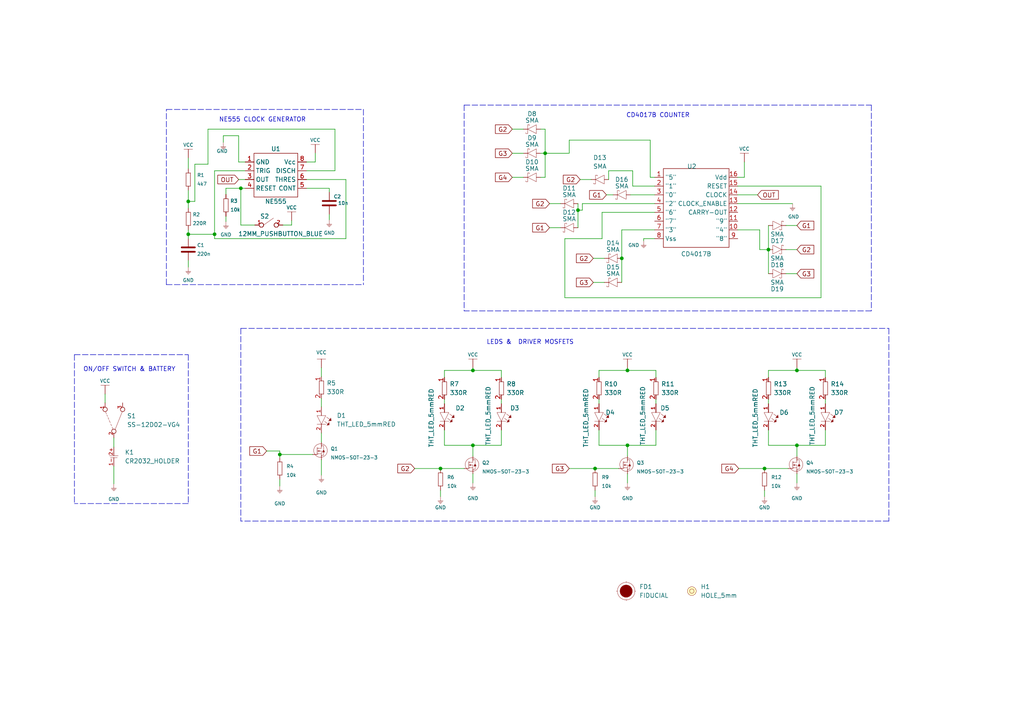
<source format=kicad_sch>
(kicad_sch (version 20210621) (generator eeschema)

  (uuid 8ff834c1-d7fd-4968-8152-1c82ba698a38)

  (paper "A4")

  (title_block
    (title "LED dice 2")
    (date "2021-09-07")
    (rev "V1.0.0.")
    (company "SOLDERED ")
    (comment 1 "333085")
  )

  (lib_symbols
    (symbol "e-radionica.com schematics:0603C" (pin_numbers hide) (pin_names (offset 0.002)) (in_bom yes) (on_board yes)
      (property "Reference" "C" (id 0) (at -0.635 3.175 0)
        (effects (font (size 1 1)))
      )
      (property "Value" "0603C" (id 1) (at 0 -3.175 0)
        (effects (font (size 1 1)))
      )
      (property "Footprint" "e-radionica.com footprinti:0603C" (id 2) (at 0 0 0)
        (effects (font (size 1 1)) hide)
      )
      (property "Datasheet" "" (id 3) (at 0 0 0)
        (effects (font (size 1 1)) hide)
      )
      (symbol "0603C_0_1"
        (polyline
          (pts
            (xy -0.635 1.905)
            (xy -0.635 -1.905)
          )
          (stroke (width 0.5)) (fill (type none))
        )
        (polyline
          (pts
            (xy 0.635 1.905)
            (xy 0.635 -1.905)
          )
          (stroke (width 0.5)) (fill (type none))
        )
      )
      (symbol "0603C_1_1"
        (pin passive line (at -3.175 0 0) (length 2.54)
          (name "~" (effects (font (size 1.27 1.27))))
          (number "1" (effects (font (size 1.27 1.27))))
        )
        (pin passive line (at 3.175 0 180) (length 2.54)
          (name "~" (effects (font (size 1.27 1.27))))
          (number "2" (effects (font (size 1.27 1.27))))
        )
      )
    )
    (symbol "e-radionica.com schematics:0603R" (pin_numbers hide) (pin_names (offset 0.254)) (in_bom yes) (on_board yes)
      (property "Reference" "R" (id 0) (at -1.905 1.905 0)
        (effects (font (size 1 1)))
      )
      (property "Value" "0603R" (id 1) (at 0 -1.905 0)
        (effects (font (size 1 1)))
      )
      (property "Footprint" "e-radionica.com footprinti:0603R" (id 2) (at -0.635 1.905 0)
        (effects (font (size 1 1)) hide)
      )
      (property "Datasheet" "" (id 3) (at -0.635 1.905 0)
        (effects (font (size 1 1)) hide)
      )
      (symbol "0603R_0_1"
        (rectangle (start -1.905 -0.635) (end 1.905 -0.6604)
          (stroke (width 0.1)) (fill (type none))
        )
        (rectangle (start -1.905 0.635) (end -1.8796 -0.635)
          (stroke (width 0.1)) (fill (type none))
        )
        (rectangle (start -1.905 0.635) (end 1.905 0.6096)
          (stroke (width 0.1)) (fill (type none))
        )
        (rectangle (start 1.905 0.635) (end 1.9304 -0.635)
          (stroke (width 0.1)) (fill (type none))
        )
      )
      (symbol "0603R_1_1"
        (pin passive line (at -3.175 0 0) (length 1.27)
          (name "~" (effects (font (size 1.27 1.27))))
          (number "1" (effects (font (size 1.27 1.27))))
        )
        (pin passive line (at 3.175 0 180) (length 1.27)
          (name "~" (effects (font (size 1.27 1.27))))
          (number "2" (effects (font (size 1.27 1.27))))
        )
      )
    )
    (symbol "e-radionica.com schematics:12MM_PUSHBUTTON_BLUE" (in_bom yes) (on_board yes)
      (property "Reference" "S" (id 0) (at 0 3.81 0)
        (effects (font (size 1.27 1.27)))
      )
      (property "Value" "12MM_PUSHBUTTON_BLUE" (id 1) (at 0.254 -3.556 0)
        (effects (font (size 1.27 1.27)))
      )
      (property "Footprint" "e-radionica.com footprinti:PUSH BUTTON 12MM BLUE" (id 2) (at 0 0 0)
        (effects (font (size 1.27 1.27)) hide)
      )
      (property "Datasheet" "" (id 3) (at 0 0 0)
        (effects (font (size 1.27 1.27)) hide)
      )
      (symbol "12MM_PUSHBUTTON_BLUE_0_1"
        (polyline
          (pts
            (xy -1.778 0)
            (xy 1.0922 2.032)
          )
          (stroke (width 0.0006)) (fill (type none))
        )
      )
      (symbol "12MM_PUSHBUTTON_BLUE_1_1"
        (pin bidirectional inverted (at -4.318 0 0) (length 2.54)
          (name "" (effects (font (size 1 1))))
          (number "1" (effects (font (size 1 1))))
        )
        (pin bidirectional inverted (at 3.81 0 180) (length 2.54)
          (name "" (effects (font (size 1 1))))
          (number "2" (effects (font (size 1 1))))
        )
      )
    )
    (symbol "e-radionica.com schematics:CD4017B" (in_bom yes) (on_board yes)
      (property "Reference" "U" (id 0) (at 0 12.7 0)
        (effects (font (size 1.27 1.27)))
      )
      (property "Value" "CD4017B" (id 1) (at 0 -15.24 0)
        (effects (font (size 1.27 1.27)))
      )
      (property "Footprint" "e-radionica.com footprinti:SOP-16" (id 2) (at 0 -17.78 0)
        (effects (font (size 1.27 1.27)) hide)
      )
      (property "Datasheet" "" (id 3) (at -5.08 0 0)
        (effects (font (size 1.27 1.27)) hide)
      )
      (symbol "CD4017B_0_1"
        (polyline
          (pts
            (xy 10.16 7.62)
            (xy 10.16 10.16)
            (xy -8.89 10.16)
            (xy -8.89 -12.7)
            (xy 10.16 -12.7)
            (xy 10.16 7.62)
          )
          (stroke (width 0.1524)) (fill (type none))
        )
      )
      (symbol "CD4017B_1_1"
        (pin input line (at -11.43 7.62 0) (length 2.54)
          (name "\"5\"" (effects (font (size 1.27 1.27))))
          (number "1" (effects (font (size 1.27 1.27))))
        )
        (pin input line (at 12.7 -7.62 180) (length 2.54)
          (name "\"4\"" (effects (font (size 1.27 1.27))))
          (number "10" (effects (font (size 1.27 1.27))))
        )
        (pin input line (at 12.7 -5.08 180) (length 2.54)
          (name "\"9\"" (effects (font (size 1.27 1.27))))
          (number "11" (effects (font (size 1.27 1.27))))
        )
        (pin input line (at 12.7 -2.54 180) (length 2.54)
          (name "CARRY-OUT" (effects (font (size 1.27 1.27))))
          (number "12" (effects (font (size 1.27 1.27))))
        )
        (pin input line (at 12.7 0 180) (length 2.54)
          (name "CLOCK_ENABLE" (effects (font (size 1.27 1.27))))
          (number "13" (effects (font (size 1.27 1.27))))
        )
        (pin input line (at 12.7 2.54 180) (length 2.54)
          (name "CLOCK" (effects (font (size 1.27 1.27))))
          (number "14" (effects (font (size 1.27 1.27))))
        )
        (pin input line (at 12.7 5.08 180) (length 2.54)
          (name "RESET" (effects (font (size 1.27 1.27))))
          (number "15" (effects (font (size 1.27 1.27))))
        )
        (pin input line (at 12.7 7.62 180) (length 2.54)
          (name "Vdd" (effects (font (size 1.27 1.27))))
          (number "16" (effects (font (size 1.27 1.27))))
        )
        (pin input line (at -11.43 5.08 0) (length 2.54)
          (name "\"1\"" (effects (font (size 1.27 1.27))))
          (number "2" (effects (font (size 1.27 1.27))))
        )
        (pin input line (at -11.43 2.54 0) (length 2.54)
          (name "\"0\"" (effects (font (size 1.27 1.27))))
          (number "3" (effects (font (size 1.27 1.27))))
        )
        (pin input line (at -11.43 0 0) (length 2.54)
          (name "\"2\"" (effects (font (size 1.27 1.27))))
          (number "4" (effects (font (size 1.27 1.27))))
        )
        (pin input line (at -11.43 -2.54 0) (length 2.54)
          (name "\"6\"" (effects (font (size 1.27 1.27))))
          (number "5" (effects (font (size 1.27 1.27))))
        )
        (pin input line (at -11.43 -5.08 0) (length 2.54)
          (name "\"7\"" (effects (font (size 1.27 1.27))))
          (number "6" (effects (font (size 1.27 1.27))))
        )
        (pin input line (at -11.43 -7.62 0) (length 2.54)
          (name "\"3\"" (effects (font (size 1.27 1.27))))
          (number "7" (effects (font (size 1.27 1.27))))
        )
        (pin input line (at -11.43 -10.16 0) (length 2.54)
          (name "Vss" (effects (font (size 1.27 1.27))))
          (number "8" (effects (font (size 1.27 1.27))))
        )
        (pin input line (at 12.7 -10.16 180) (length 2.54)
          (name "\"8\"" (effects (font (size 1.27 1.27))))
          (number "9" (effects (font (size 1.27 1.27))))
        )
      )
    )
    (symbol "e-radionica.com schematics:CR2032_HOLDER" (in_bom yes) (on_board yes)
      (property "Reference" "K" (id 0) (at 0 2.54 0)
        (effects (font (size 1.27 1.27)))
      )
      (property "Value" "CR2032_HOLDER" (id 1) (at 0 -2.54 0)
        (effects (font (size 1.27 1.27)))
      )
      (property "Footprint" "e-radionica.com footprinti:CR2034_HOLDER" (id 2) (at -0.254 0.254 0)
        (effects (font (size 1.27 1.27)) hide)
      )
      (property "Datasheet" "" (id 3) (at 0 0 0)
        (effects (font (size 1.27 1.27)) hide)
      )
      (symbol "CR2032_HOLDER_0_1"
        (polyline
          (pts
            (xy -0.254 -1.27)
            (xy -0.254 1.27)
            (xy -0.254 -0.762)
          )
          (stroke (width 0.0006)) (fill (type none))
        )
        (polyline
          (pts
            (xy 0.254 1.016)
            (xy 0.254 -1.016)
            (xy 0.254 -0.762)
          )
          (stroke (width 0.0006)) (fill (type none))
        )
      )
      (symbol "CR2032_HOLDER_1_1"
        (pin output line (at 2.794 0 180) (length 2.54)
          (name "" (effects (font (size 1 1))))
          (number "1-" (effects (font (size 1 1))))
        )
        (pin input line (at -2.794 0 0) (length 2.54)
          (name "" (effects (font (size 1 1))))
          (number "2+" (effects (font (size 1 1))))
        )
      )
    )
    (symbol "e-radionica.com schematics:FIDUCIAL" (in_bom no) (on_board yes)
      (property "Reference" "FD" (id 0) (at 0 3.81 0)
        (effects (font (size 1.27 1.27)))
      )
      (property "Value" "FIDUCIAL" (id 1) (at 0 -3.81 0)
        (effects (font (size 1.27 1.27)))
      )
      (property "Footprint" "e-radionica.com footprinti:FIDUCIAL_23" (id 2) (at 0.254 -5.334 0)
        (effects (font (size 1.27 1.27)) hide)
      )
      (property "Datasheet" "" (id 3) (at 0 0 0)
        (effects (font (size 1.27 1.27)) hide)
      )
      (symbol "FIDUCIAL_0_1"
        (circle (center 0 0) (radius 2.54) (stroke (width 0.0006)) (fill (type none)))
        (circle (center 0 0) (radius 1.7961) (stroke (width 0.001)) (fill (type outline)))
        (polyline
          (pts
            (xy -2.54 0)
            (xy -2.794 0)
          )
          (stroke (width 0.0006)) (fill (type none))
        )
        (polyline
          (pts
            (xy 0 -2.54)
            (xy 0 -2.794)
          )
          (stroke (width 0.0006)) (fill (type none))
        )
        (polyline
          (pts
            (xy 0 2.54)
            (xy 0 2.794)
          )
          (stroke (width 0.0006)) (fill (type none))
        )
        (polyline
          (pts
            (xy 2.54 0)
            (xy 2.794 0)
          )
          (stroke (width 0.0006)) (fill (type none))
        )
      )
    )
    (symbol "e-radionica.com schematics:GND" (power) (pin_names (offset 0)) (in_bom yes) (on_board yes)
      (property "Reference" "#PWR" (id 0) (at 4.445 0 0)
        (effects (font (size 1 1)) hide)
      )
      (property "Value" "GND" (id 1) (at 0 -2.921 0)
        (effects (font (size 1 1)))
      )
      (property "Footprint" "" (id 2) (at 4.445 3.81 0)
        (effects (font (size 1 1)) hide)
      )
      (property "Datasheet" "" (id 3) (at 4.445 3.81 0)
        (effects (font (size 1 1)) hide)
      )
      (property "ki_keywords" "power-flag" (id 4) (at 0 0 0)
        (effects (font (size 1.27 1.27)) hide)
      )
      (property "ki_description" "Power symbol creates a global label with name \"GND\"" (id 5) (at 0 0 0)
        (effects (font (size 1.27 1.27)) hide)
      )
      (symbol "GND_0_1"
        (polyline
          (pts
            (xy -0.762 -1.27)
            (xy 0.762 -1.27)
          )
          (stroke (width 0.0006)) (fill (type none))
        )
        (polyline
          (pts
            (xy -0.635 -1.524)
            (xy 0.635 -1.524)
          )
          (stroke (width 0.0006)) (fill (type none))
        )
        (polyline
          (pts
            (xy -0.381 -1.778)
            (xy 0.381 -1.778)
          )
          (stroke (width 0.0006)) (fill (type none))
        )
        (polyline
          (pts
            (xy -0.127 -2.032)
            (xy 0.127 -2.032)
          )
          (stroke (width 0.0006)) (fill (type none))
        )
        (polyline
          (pts
            (xy 0 0)
            (xy 0 -1.27)
          )
          (stroke (width 0.0006)) (fill (type none))
        )
      )
      (symbol "GND_1_1"
        (pin power_in line (at 0 0 270) (length 0) hide
          (name "GND" (effects (font (size 1.27 1.27))))
          (number "1" (effects (font (size 1.27 1.27))))
        )
      )
    )
    (symbol "e-radionica.com schematics:HOLE_5mm" (pin_numbers hide) (pin_names hide) (in_bom yes) (on_board yes)
      (property "Reference" "H" (id 0) (at 0 2.54 0)
        (effects (font (size 1.27 1.27)))
      )
      (property "Value" "HOLE_5mm" (id 1) (at 0 -2.54 0)
        (effects (font (size 1.27 1.27)))
      )
      (property "Footprint" "e-radionica.com footprinti:HOLE_5mm" (id 2) (at 0 -5.08 0)
        (effects (font (size 1.27 1.27)) hide)
      )
      (property "Datasheet" "" (id 3) (at 0 0 0)
        (effects (font (size 1.27 1.27)) hide)
      )
      (symbol "HOLE_5mm_0_1"
        (circle (center 0 0) (radius 0.635) (stroke (width 0.0006)) (fill (type none)))
        (circle (center 0 0) (radius 1.27) (stroke (width 0.001)) (fill (type background)))
      )
    )
    (symbol "e-radionica.com schematics:NE555" (in_bom yes) (on_board yes)
      (property "Reference" "U" (id 0) (at 0 7.62 0)
        (effects (font (size 1.27 1.27)))
      )
      (property "Value" "NE555" (id 1) (at 0 -7.62 0)
        (effects (font (size 1.27 1.27)))
      )
      (property "Footprint" "e-radionica.com footprinti:DIP8" (id 2) (at 0 -8.89 0)
        (effects (font (size 1.27 1.27)) hide)
      )
      (property "Datasheet" "" (id 3) (at 0 0 0)
        (effects (font (size 1.27 1.27)) hide)
      )
      (symbol "NE555_0_1"
        (polyline
          (pts
            (xy -6.35 3.81)
            (xy -6.35 6.35)
            (xy 6.35 6.35)
            (xy 6.35 -6.35)
            (xy -6.35 -6.35)
            (xy -6.35 3.81)
          )
          (stroke (width 0.1524)) (fill (type none))
        )
      )
      (symbol "NE555_1_0"
        (pin input line (at 8.89 1.27 180) (length 2.54)
          (name "DISCH" (effects (font (size 1.27 1.27))))
          (number "7" (effects (font (size 1.27 1.27))))
        )
      )
      (symbol "NE555_1_1"
        (pin input line (at -8.89 3.81 0) (length 2.54)
          (name "GND" (effects (font (size 1.27 1.27))))
          (number "1" (effects (font (size 1.27 1.27))))
        )
        (pin input line (at -8.89 1.27 0) (length 2.54)
          (name "TRIG" (effects (font (size 1.27 1.27))))
          (number "2" (effects (font (size 1.27 1.27))))
        )
        (pin input line (at -8.89 -1.27 0) (length 2.54)
          (name "OUT" (effects (font (size 1.27 1.27))))
          (number "3" (effects (font (size 1.27 1.27))))
        )
        (pin input line (at -8.89 -3.81 0) (length 2.54)
          (name "RESET" (effects (font (size 1.27 1.27))))
          (number "4" (effects (font (size 1.27 1.27))))
        )
        (pin input line (at 8.89 -3.81 180) (length 2.54)
          (name "CONT" (effects (font (size 1.27 1.27))))
          (number "5" (effects (font (size 1.27 1.27))))
        )
        (pin input line (at 8.89 -1.27 180) (length 2.54)
          (name "THRES" (effects (font (size 1.27 1.27))))
          (number "6" (effects (font (size 1.27 1.27))))
        )
        (pin input line (at 8.89 3.81 180) (length 2.54)
          (name "Vcc" (effects (font (size 1.27 1.27))))
          (number "8" (effects (font (size 1.27 1.27))))
        )
      )
    )
    (symbol "e-radionica.com schematics:NMOS-SOT-23-3" (pin_numbers hide) (pin_names hide) (in_bom yes) (on_board yes)
      (property "Reference" "Q" (id 0) (at -1.143 2.921 0)
        (effects (font (size 1 1)))
      )
      (property "Value" "NMOS-SOT-23-3" (id 1) (at 1.524 -3.937 0)
        (effects (font (size 1 1)))
      )
      (property "Footprint" "e-radionica.com footprinti:SOT-23-3" (id 2) (at 0 0 0)
        (effects (font (size 1 1)) hide)
      )
      (property "Datasheet" "" (id 3) (at 0 0 0)
        (effects (font (size 1 1)) hide)
      )
      (symbol "NMOS-SOT-23-3_0_1"
        (circle (center 1.016 0.127) (radius 1.9716) (stroke (width 0.0006)) (fill (type none)))
        (polyline
          (pts
            (xy 0 -1.016)
            (xy 0 1.016)
          )
          (stroke (width 0.0006)) (fill (type none))
        )
        (polyline
          (pts
            (xy 0.254 -1.016)
            (xy 0.254 -0.508)
          )
          (stroke (width 0.0006)) (fill (type none))
        )
        (polyline
          (pts
            (xy 0.254 -0.762)
            (xy 1.27 -0.762)
          )
          (stroke (width 0.0006)) (fill (type none))
        )
        (polyline
          (pts
            (xy 0.254 -0.254)
            (xy 0.254 0.254)
          )
          (stroke (width 0.0006)) (fill (type none))
        )
        (polyline
          (pts
            (xy 0.254 0.762)
            (xy 1.27 0.762)
          )
          (stroke (width 0.0006)) (fill (type none))
        )
        (polyline
          (pts
            (xy 0.254 1.016)
            (xy 0.254 0.508)
          )
          (stroke (width 0.0006)) (fill (type none))
        )
        (polyline
          (pts
            (xy 1.27 -1.27)
            (xy 1.27 -0.762)
          )
          (stroke (width 0.0006)) (fill (type none))
        )
        (polyline
          (pts
            (xy 1.27 0.762)
            (xy 1.27 1.27)
          )
          (stroke (width 0.0006)) (fill (type none))
        )
        (polyline
          (pts
            (xy 1.651 -0.254)
            (xy 1.905 0.127)
          )
          (stroke (width 0.2)) (fill (type none))
        )
        (polyline
          (pts
            (xy 1.651 0.127)
            (xy 2.159 0.127)
          )
          (stroke (width 0.0006)) (fill (type none))
        )
        (polyline
          (pts
            (xy 0.254 0)
            (xy 1.27 0)
            (xy 1.27 -0.762)
          )
          (stroke (width 0.0006)) (fill (type none))
        )
        (polyline
          (pts
            (xy 1.651 -0.254)
            (xy 2.159 -0.254)
            (xy 1.905 0.127)
          )
          (stroke (width 0.2)) (fill (type none))
        )
        (polyline
          (pts
            (xy 0.381 0)
            (xy 0.635 0.254)
            (xy 0.635 -0.254)
            (xy 0.381 0)
          )
          (stroke (width 0.0006)) (fill (type none))
        )
        (polyline
          (pts
            (xy 1.27 -1.27)
            (xy 1.905 -1.27)
            (xy 1.905 1.524)
            (xy 1.27 1.524)
          )
          (stroke (width 0.0006)) (fill (type none))
        )
      )
      (symbol "NMOS-SOT-23-3_1_1"
        (pin passive line (at -1.27 -1.016 0) (length 1.27)
          (name "G" (effects (font (size 1 1))))
          (number "1" (effects (font (size 1 1))))
        )
        (pin passive line (at 1.27 -2.54 90) (length 1.27)
          (name "S" (effects (font (size 1 1))))
          (number "2" (effects (font (size 1 1))))
        )
        (pin passive line (at 1.27 2.54 270) (length 1.27)
          (name "D" (effects (font (size 1 1))))
          (number "3" (effects (font (size 1 1))))
        )
      )
    )
    (symbol "e-radionica.com schematics:SS-12D02-VG4" (in_bom yes) (on_board yes)
      (property "Reference" "S" (id 0) (at 0 5.08 0)
        (effects (font (size 1.27 1.27)))
      )
      (property "Value" "SS-12D02-VG4" (id 1) (at 0 -3.81 0)
        (effects (font (size 1.27 1.27)))
      )
      (property "Footprint" "e-radionica.com footprinti:SS-12D02-VG4" (id 2) (at 1.27 -2.54 0)
        (effects (font (size 1.27 1.27)) hide)
      )
      (property "Datasheet" "" (id 3) (at 1.27 -2.54 0)
        (effects (font (size 1.27 1.27)) hide)
      )
      (symbol "SS-12D02-VG4_0_1"
        (polyline
          (pts
            (xy -2.6416 -0.381)
            (xy 2.5146 -2.4384)
          )
          (stroke (width 0.0006)) (fill (type none))
        )
        (polyline
          (pts
            (xy -2.5654 0.254)
            (xy -1.9558 0.508)
          )
          (stroke (width 0.0006)) (fill (type none))
        )
        (polyline
          (pts
            (xy -1.6002 0.6604)
            (xy -1.0668 0.889)
          )
          (stroke (width 0.0006)) (fill (type none))
        )
        (polyline
          (pts
            (xy -0.6858 1.0414)
            (xy 0 1.3462)
          )
          (stroke (width 0.0006)) (fill (type none))
        )
        (polyline
          (pts
            (xy 0.254 1.4478)
            (xy 0.8382 1.7018)
          )
          (stroke (width 0.0006)) (fill (type none))
        )
        (polyline
          (pts
            (xy 1.1176 1.8288)
            (xy 1.6002 2.032)
          )
          (stroke (width 0.0006)) (fill (type none))
        )
        (polyline
          (pts
            (xy 1.8542 2.1336)
            (xy 2.413 2.3876)
            (xy 2.3876 2.3876)
          )
          (stroke (width 0.0006)) (fill (type none))
        )
      )
      (symbol "SS-12D02-VG4_1_1"
        (pin input inverted (at 5.08 2.54 180) (length 2.54)
          (name "" (effects (font (size 1 1))))
          (number "1" (effects (font (size 1 1))))
        )
        (pin input inverted (at -5.08 0 0) (length 2.54)
          (name "" (effects (font (size 1 1))))
          (number "2" (effects (font (size 1 1))))
        )
        (pin input inverted (at 5.08 -2.54 180) (length 2.54)
          (name "" (effects (font (size 1 1))))
          (number "3" (effects (font (size 1 1))))
        )
      )
    )
    (symbol "e-radionica.com schematics:SS36A" (pin_numbers hide) (pin_names hide) (in_bom yes) (on_board yes)
      (property "Reference" "D" (id 0) (at 0 2.54 0)
        (effects (font (size 1.27 1.27)))
      )
      (property "Value" "SS36A" (id 1) (at 0 -2.54 0)
        (effects (font (size 1.27 1.27)))
      )
      (property "Footprint" "e-radionica.com footprinti:SMA_DIODE" (id 2) (at 0 -5.08 0)
        (effects (font (size 1.27 1.27)) hide)
      )
      (property "Datasheet" "" (id 3) (at 0 0 0)
        (effects (font (size 1.27 1.27)) hide)
      )
      (symbol "SS36A_0_1"
        (polyline
          (pts
            (xy 1.27 1.27)
            (xy 1.778 1.27)
            (xy 1.778 1.016)
          )
          (stroke (width 0.0006)) (fill (type none))
        )
        (polyline
          (pts
            (xy -1.27 -1.27)
            (xy -1.27 1.27)
            (xy 1.27 0)
            (xy -1.27 -1.27)
          )
          (stroke (width 0.0006)) (fill (type none))
        )
        (polyline
          (pts
            (xy 1.27 1.27)
            (xy 1.27 -1.27)
            (xy 0.762 -1.27)
            (xy 0.762 -1.016)
          )
          (stroke (width 0.0006)) (fill (type none))
        )
      )
      (symbol "SS36A_1_1"
        (pin input line (at -2.54 0 0) (length 1.27)
          (name "A" (effects (font (size 1.27 1.27))))
          (number "1" (effects (font (size 1.27 1.27))))
        )
        (pin input line (at 2.54 0 180) (length 1.27)
          (name "C" (effects (font (size 1.27 1.27))))
          (number "2" (effects (font (size 1.27 1.27))))
        )
      )
    )
    (symbol "e-radionica.com schematics:THT_LED_5mmRED" (in_bom yes) (on_board yes)
      (property "Reference" "D" (id 0) (at 0 5.08 0)
        (effects (font (size 1.27 1.27)))
      )
      (property "Value" "THT_LED_5mmRED" (id 1) (at 0 -3.81 0)
        (effects (font (size 1.27 1.27)))
      )
      (property "Footprint" "e-radionica.com footprinti:THT LED 5mm RED" (id 2) (at 0 0 0)
        (effects (font (size 1.27 1.27)) hide)
      )
      (property "Datasheet" "" (id 3) (at 0 0 0)
        (effects (font (size 1.27 1.27)) hide)
      )
      (symbol "THT_LED_5mmRED_0_1"
        (polyline
          (pts
            (xy 1.27 1.27)
            (xy 1.27 -1.27)
          )
          (stroke (width 0.0006)) (fill (type none))
        )
        (polyline
          (pts
            (xy 0.8636 2.159)
            (xy 1.143 2.159)
            (xy 1.27 2.0066)
          )
          (stroke (width 0.0006)) (fill (type none))
        )
        (polyline
          (pts
            (xy -1.27 1.27)
            (xy -1.27 -1.27)
            (xy 1.27 0)
            (xy -1.27 1.27)
            (xy -1.27 0)
          )
          (stroke (width 0.0006)) (fill (type none))
        )
        (polyline
          (pts
            (xy -0.8382 1.4986)
            (xy 0.2032 2.8702)
            (xy 0.3302 2.0828)
            (xy 0.2286 2.8702)
            (xy -0.5588 2.7432)
            (xy 0.2286 2.8448)
          )
          (stroke (width 0.0008)) (fill (type none))
        )
        (polyline
          (pts
            (xy -0.5334 2.7178)
            (xy 0.3048 2.1082)
            (xy -0.254 2.667)
            (xy 0.2032 2.3368)
            (xy -0.381 2.6924)
            (xy 0.0762 2.6924)
            (xy 0.1778 2.4384)
            (xy -0.0508 2.5908)
            (xy 0.2286 2.7178)
            (xy 0.0508 2.413)
            (xy 0.1016 2.5654)
          )
          (stroke (width 0.0006)) (fill (type none))
        )
        (polyline
          (pts
            (xy 0.4318 0.9144)
            (xy 1.4478 2.286)
            (xy 1.5494 1.6002)
            (xy 1.4478 2.286)
            (xy 0.7112 2.2352)
            (xy 1.5494 1.5748)
            (xy 0.9906 2.1336)
            (xy 1.4224 1.8034)
            (xy 1.143 2.1844)
            (xy 1.397 2.0828)
            (xy 1.4732 1.905)
            (xy 1.4986 1.6256)
          )
          (stroke (width 0.0006)) (fill (type none))
        )
      )
      (symbol "THT_LED_5mmRED_1_1"
        (pin passive line (at -3.81 0 0) (length 2.54)
          (name "" (effects (font (size 1 1))))
          (number "1" (effects (font (size 1 1))))
        )
        (pin passive line (at 3.81 0 180) (length 2.54)
          (name "" (effects (font (size 1 1))))
          (number "2" (effects (font (size 1 1))))
        )
      )
    )
    (symbol "e-radionica.com schematics:THT_OTPORNIK" (in_bom yes) (on_board yes)
      (property "Reference" "R" (id 0) (at -0.0508 2.8194 0)
        (effects (font (size 1.27 1.27)))
      )
      (property "Value" "THT_OTPORNIK" (id 1) (at 0.6096 -3.8354 0)
        (effects (font (size 1.27 1.27)))
      )
      (property "Footprint" "e-radionica.com footprinti:THT OTPORNIK" (id 2) (at 0 5.08 0)
        (effects (font (size 1.27 1.27)) hide)
      )
      (property "Datasheet" "" (id 3) (at 0 0 0)
        (effects (font (size 1.27 1.27)) hide)
      )
      (symbol "THT_OTPORNIK_0_1"
        (rectangle (start -1.905 -0.635) (end 1.905 -0.6604)
          (stroke (width 0.1)) (fill (type none))
        )
        (rectangle (start -1.905 0.635) (end -1.8796 -0.635)
          (stroke (width 0.1)) (fill (type none))
        )
        (rectangle (start -1.905 0.635) (end 1.905 0.6096)
          (stroke (width 0.1)) (fill (type none))
        )
        (rectangle (start 1.905 0.635) (end 1.9304 -0.635)
          (stroke (width 0.1)) (fill (type none))
        )
      )
      (symbol "THT_OTPORNIK_1_1"
        (pin passive line (at 3.175 0 180) (length 1.27)
          (name "~" (effects (font (size 1.27 1.27))))
          (number "1" (effects (font (size 1.27 1.27))))
        )
        (pin passive line (at -3.175 0 0) (length 1.27)
          (name "~" (effects (font (size 1.27 1.27))))
          (number "2" (effects (font (size 1.27 1.27))))
        )
      )
    )
    (symbol "e-radionica.com schematics:VCC" (power) (pin_names (offset 0)) (in_bom yes) (on_board yes)
      (property "Reference" "#PWR" (id 0) (at 4.445 0 0)
        (effects (font (size 1 1)) hide)
      )
      (property "Value" "VCC" (id 1) (at 0 3.556 0)
        (effects (font (size 1 1)))
      )
      (property "Footprint" "" (id 2) (at 4.445 3.81 0)
        (effects (font (size 1 1)) hide)
      )
      (property "Datasheet" "" (id 3) (at 4.445 3.81 0)
        (effects (font (size 1 1)) hide)
      )
      (property "ki_keywords" "power-flag" (id 4) (at 0 0 0)
        (effects (font (size 1.27 1.27)) hide)
      )
      (property "ki_description" "Power symbol creates a global label with name \"VCC\"" (id 5) (at 0 0 0)
        (effects (font (size 1.27 1.27)) hide)
      )
      (symbol "VCC_0_1"
        (polyline
          (pts
            (xy -1.27 2.54)
            (xy 1.27 2.54)
          )
          (stroke (width 0.0006)) (fill (type none))
        )
        (polyline
          (pts
            (xy 0 0)
            (xy 0 2.54)
          )
          (stroke (width 0)) (fill (type none))
        )
      )
      (symbol "VCC_1_1"
        (pin power_in line (at 0 0 90) (length 0) hide
          (name "VCC" (effects (font (size 1.27 1.27))))
          (number "1" (effects (font (size 1.27 1.27))))
        )
      )
    )
  )

  (junction (at 54.61 58.42) (diameter 0.9144) (color 0 0 0 0))
  (junction (at 54.61 67.945) (diameter 0.9144) (color 0 0 0 0))
  (junction (at 62.23 67.945) (diameter 0.9144) (color 0 0 0 0))
  (junction (at 69.85 54.61) (diameter 0.9144) (color 0 0 0 0))
  (junction (at 81.153 131.826) (diameter 0.9144) (color 0 0 0 0))
  (junction (at 127.762 135.89) (diameter 0.9144) (color 0 0 0 0))
  (junction (at 137.16 107.442) (diameter 0.9144) (color 0 0 0 0))
  (junction (at 137.16 129.159) (diameter 0.9144) (color 0 0 0 0))
  (junction (at 158.115 44.45) (diameter 0.9144) (color 0 0 0 0))
  (junction (at 167.64 60.96) (diameter 0.9144) (color 0 0 0 0))
  (junction (at 172.593 135.89) (diameter 0.9144) (color 0 0 0 0))
  (junction (at 180.34 74.93) (diameter 0.9144) (color 0 0 0 0))
  (junction (at 181.991 107.442) (diameter 0.9144) (color 0 0 0 0))
  (junction (at 181.991 129.159) (diameter 0.9144) (color 0 0 0 0))
  (junction (at 221.742 135.89) (diameter 0.9144) (color 0 0 0 0))
  (junction (at 222.885 72.39) (diameter 0.9144) (color 0 0 0 0))
  (junction (at 231.14 107.442) (diameter 0.9144) (color 0 0 0 0))
  (junction (at 231.14 129.159) (diameter 0.9144) (color 0 0 0 0))

  (wire (pts (xy 30.48 114.3) (xy 30.48 116.84))
    (stroke (width 0) (type solid) (color 0 0 0 0))
    (uuid 9b8827fc-60ea-40aa-847d-49b0645ef379)
  )
  (wire (pts (xy 33.02 127) (xy 33.02 129.667))
    (stroke (width 0) (type solid) (color 0 0 0 0))
    (uuid 16c91191-8997-4701-8560-7a2f90038b10)
  )
  (wire (pts (xy 33.02 135.255) (xy 33.02 140.335))
    (stroke (width 0) (type solid) (color 0 0 0 0))
    (uuid 345a523a-dd30-488a-a3f9-a80fe474136b)
  )
  (wire (pts (xy 54.61 45.847) (xy 54.61 48.895))
    (stroke (width 0) (type solid) (color 0 0 0 0))
    (uuid cb5f0eeb-7a60-40d2-bc7a-ddec5c7bc8c6)
  )
  (wire (pts (xy 54.61 55.245) (xy 54.61 58.42))
    (stroke (width 0) (type solid) (color 0 0 0 0))
    (uuid 2282fd11-c7e0-41fb-bfa4-6018ba7e08ed)
  )
  (wire (pts (xy 54.61 58.42) (xy 54.61 60.325))
    (stroke (width 0) (type solid) (color 0 0 0 0))
    (uuid 2282fd11-c7e0-41fb-bfa4-6018ba7e08ed)
  )
  (wire (pts (xy 54.61 66.675) (xy 54.61 67.945))
    (stroke (width 0) (type solid) (color 0 0 0 0))
    (uuid 2282fd11-c7e0-41fb-bfa4-6018ba7e08ed)
  )
  (wire (pts (xy 54.61 67.945) (xy 54.61 69.215))
    (stroke (width 0) (type solid) (color 0 0 0 0))
    (uuid 2282fd11-c7e0-41fb-bfa4-6018ba7e08ed)
  )
  (wire (pts (xy 54.61 75.565) (xy 54.61 77.47))
    (stroke (width 0) (type solid) (color 0 0 0 0))
    (uuid 2282fd11-c7e0-41fb-bfa4-6018ba7e08ed)
  )
  (wire (pts (xy 56.515 47.625) (xy 56.515 58.42))
    (stroke (width 0) (type solid) (color 0 0 0 0))
    (uuid 3c0a30a1-7306-4b9a-b201-828e8a320817)
  )
  (wire (pts (xy 56.515 58.42) (xy 54.61 58.42))
    (stroke (width 0) (type solid) (color 0 0 0 0))
    (uuid 3c0a30a1-7306-4b9a-b201-828e8a320817)
  )
  (wire (pts (xy 60.325 37.465) (xy 60.325 47.625))
    (stroke (width 0) (type solid) (color 0 0 0 0))
    (uuid 88aadee9-fde3-4330-8b39-1442929ff887)
  )
  (wire (pts (xy 60.325 37.465) (xy 97.155 37.465))
    (stroke (width 0) (type solid) (color 0 0 0 0))
    (uuid 88aadee9-fde3-4330-8b39-1442929ff887)
  )
  (wire (pts (xy 60.325 47.625) (xy 56.515 47.625))
    (stroke (width 0) (type solid) (color 0 0 0 0))
    (uuid 3c0a30a1-7306-4b9a-b201-828e8a320817)
  )
  (wire (pts (xy 62.23 49.53) (xy 62.23 67.945))
    (stroke (width 0) (type solid) (color 0 0 0 0))
    (uuid c3c7877b-4384-44a6-bfbd-050331a398ed)
  )
  (wire (pts (xy 62.23 67.945) (xy 54.61 67.945))
    (stroke (width 0) (type solid) (color 0 0 0 0))
    (uuid c3c7877b-4384-44a6-bfbd-050331a398ed)
  )
  (wire (pts (xy 62.23 69.215) (xy 62.23 67.945))
    (stroke (width 0) (type solid) (color 0 0 0 0))
    (uuid 5897f105-3fa2-43ca-9a8b-760a2d708218)
  )
  (wire (pts (xy 64.77 39.37) (xy 64.77 41.275))
    (stroke (width 0) (type solid) (color 0 0 0 0))
    (uuid e1b82098-6954-495d-afcd-8efac251e837)
  )
  (wire (pts (xy 65.532 54.61) (xy 69.85 54.61))
    (stroke (width 0) (type solid) (color 0 0 0 0))
    (uuid e39f30e4-cd6c-4286-8a4f-7a1efbc081b5)
  )
  (wire (pts (xy 65.532 56.388) (xy 65.532 54.61))
    (stroke (width 0) (type solid) (color 0 0 0 0))
    (uuid e39f30e4-cd6c-4286-8a4f-7a1efbc081b5)
  )
  (wire (pts (xy 65.532 62.738) (xy 65.532 64.262))
    (stroke (width 0) (type solid) (color 0 0 0 0))
    (uuid 8b960d05-21e4-44d8-9906-d419bfbea42e)
  )
  (wire (pts (xy 69.215 39.37) (xy 64.77 39.37))
    (stroke (width 0) (type solid) (color 0 0 0 0))
    (uuid e1b82098-6954-495d-afcd-8efac251e837)
  )
  (wire (pts (xy 69.215 46.99) (xy 69.215 39.37))
    (stroke (width 0) (type solid) (color 0 0 0 0))
    (uuid e1b82098-6954-495d-afcd-8efac251e837)
  )
  (wire (pts (xy 69.85 65.278) (xy 69.85 54.61))
    (stroke (width 0) (type solid) (color 0 0 0 0))
    (uuid e7813b1c-67fe-4955-b5d1-0fcd50fc577b)
  )
  (wire (pts (xy 71.12 46.99) (xy 69.215 46.99))
    (stroke (width 0) (type solid) (color 0 0 0 0))
    (uuid e1b82098-6954-495d-afcd-8efac251e837)
  )
  (wire (pts (xy 71.12 49.53) (xy 62.23 49.53))
    (stroke (width 0) (type solid) (color 0 0 0 0))
    (uuid c80dc1f6-fffd-491a-a283-00331288e715)
  )
  (wire (pts (xy 71.12 52.07) (xy 69.215 52.07))
    (stroke (width 0) (type solid) (color 0 0 0 0))
    (uuid cce101ac-ff5d-4f0a-9ad6-b3d0e103479e)
  )
  (wire (pts (xy 71.12 54.61) (xy 69.85 54.61))
    (stroke (width 0) (type solid) (color 0 0 0 0))
    (uuid ec55a69d-4fa2-4d97-8279-630af885b459)
  )
  (wire (pts (xy 73.914 65.278) (xy 69.85 65.278))
    (stroke (width 0) (type solid) (color 0 0 0 0))
    (uuid e7813b1c-67fe-4955-b5d1-0fcd50fc577b)
  )
  (wire (pts (xy 81.153 130.81) (xy 77.343 130.81))
    (stroke (width 0) (type solid) (color 0 0 0 0))
    (uuid 90c72c73-e8c2-43d6-bf7d-b8e92b0c8c3a)
  )
  (wire (pts (xy 81.153 130.81) (xy 81.153 131.826))
    (stroke (width 0) (type solid) (color 0 0 0 0))
    (uuid 90c72c73-e8c2-43d6-bf7d-b8e92b0c8c3a)
  )
  (wire (pts (xy 81.153 131.826) (xy 81.153 132.715))
    (stroke (width 0) (type solid) (color 0 0 0 0))
    (uuid 90c72c73-e8c2-43d6-bf7d-b8e92b0c8c3a)
  )
  (wire (pts (xy 81.153 131.826) (xy 90.678 131.826))
    (stroke (width 0) (type solid) (color 0 0 0 0))
    (uuid 3f8b9bb8-99f9-4948-a46b-c0711db25b06)
  )
  (wire (pts (xy 81.153 139.065) (xy 81.153 140.97))
    (stroke (width 0) (type solid) (color 0 0 0 0))
    (uuid b0130269-5c91-45d0-9ec4-f6a7ef0a7bd4)
  )
  (wire (pts (xy 82.042 65.278) (xy 84.582 65.278))
    (stroke (width 0) (type solid) (color 0 0 0 0))
    (uuid 58d9fbb8-9ad9-4eeb-8fc6-59210d72a2ee)
  )
  (wire (pts (xy 84.582 65.278) (xy 84.582 64.008))
    (stroke (width 0) (type solid) (color 0 0 0 0))
    (uuid 79f9d957-ecba-4ab8-8c9b-7e180475e7e0)
  )
  (wire (pts (xy 88.9 46.99) (xy 91.44 46.99))
    (stroke (width 0) (type solid) (color 0 0 0 0))
    (uuid c630dbf0-0ff4-446d-8ca7-7a534b1f0d74)
  )
  (wire (pts (xy 88.9 52.07) (xy 100.33 52.07))
    (stroke (width 0) (type solid) (color 0 0 0 0))
    (uuid e36a74ce-77a9-4542-85ca-87643d073ae4)
  )
  (wire (pts (xy 88.9 54.61) (xy 95.504 54.61))
    (stroke (width 0) (type solid) (color 0 0 0 0))
    (uuid 0f62bc25-e75d-4084-8703-db67fe464432)
  )
  (wire (pts (xy 91.44 44.45) (xy 91.44 46.99))
    (stroke (width 0) (type solid) (color 0 0 0 0))
    (uuid baedf677-0cfa-4815-8104-0c3583a12e02)
  )
  (wire (pts (xy 93.218 106.68) (xy 93.218 109.22))
    (stroke (width 0) (type solid) (color 0 0 0 0))
    (uuid a5cbdaea-7b5c-4a6a-8e0e-6f82944c78fc)
  )
  (wire (pts (xy 93.218 115.57) (xy 93.218 117.983))
    (stroke (width 0) (type solid) (color 0 0 0 0))
    (uuid 69d6a8cd-3389-42a5-bdfb-a8d4704243c2)
  )
  (wire (pts (xy 93.218 125.603) (xy 93.218 128.27))
    (stroke (width 0) (type solid) (color 0 0 0 0))
    (uuid 67161189-7699-486d-b2b4-de5118bd22e6)
  )
  (wire (pts (xy 93.218 133.35) (xy 93.218 137.795))
    (stroke (width 0) (type solid) (color 0 0 0 0))
    (uuid d072c8ee-7903-4e7a-b016-208c004af2a9)
  )
  (wire (pts (xy 95.504 54.61) (xy 95.504 55.753))
    (stroke (width 0) (type solid) (color 0 0 0 0))
    (uuid abfbcd0a-1c6d-4fe9-b018-530d47981563)
  )
  (wire (pts (xy 95.504 62.103) (xy 95.504 63.754))
    (stroke (width 0) (type solid) (color 0 0 0 0))
    (uuid 9b4c34af-cb9a-4244-847b-6b3af2d21680)
  )
  (wire (pts (xy 97.155 37.465) (xy 97.155 49.53))
    (stroke (width 0) (type solid) (color 0 0 0 0))
    (uuid 053d2fa5-0db9-4bfb-9941-0c0de7bfc457)
  )
  (wire (pts (xy 97.155 49.53) (xy 88.9 49.53))
    (stroke (width 0) (type solid) (color 0 0 0 0))
    (uuid 053d2fa5-0db9-4bfb-9941-0c0de7bfc457)
  )
  (wire (pts (xy 100.33 52.07) (xy 100.33 69.215))
    (stroke (width 0) (type solid) (color 0 0 0 0))
    (uuid 5897f105-3fa2-43ca-9a8b-760a2d708218)
  )
  (wire (pts (xy 100.33 69.215) (xy 62.23 69.215))
    (stroke (width 0) (type solid) (color 0 0 0 0))
    (uuid 5897f105-3fa2-43ca-9a8b-760a2d708218)
  )
  (wire (pts (xy 120.269 135.89) (xy 127.762 135.89))
    (stroke (width 0) (type solid) (color 0 0 0 0))
    (uuid 385ba9bc-3758-4e42-91b2-ea9ea7298106)
  )
  (wire (pts (xy 127.762 135.89) (xy 134.62 135.89))
    (stroke (width 0) (type solid) (color 0 0 0 0))
    (uuid 0572dc27-bd91-4645-9b1d-70cfe10ed9ce)
  )
  (wire (pts (xy 127.762 142.24) (xy 127.762 144.018))
    (stroke (width 0) (type solid) (color 0 0 0 0))
    (uuid fbeae6cf-8375-416e-b71c-c76c2d872cf3)
  )
  (wire (pts (xy 128.905 107.442) (xy 137.16 107.442))
    (stroke (width 0) (type solid) (color 0 0 0 0))
    (uuid cb16a2df-33d8-408c-90d5-aa32dfd404c7)
  )
  (wire (pts (xy 128.905 109.474) (xy 128.905 107.442))
    (stroke (width 0) (type solid) (color 0 0 0 0))
    (uuid cb16a2df-33d8-408c-90d5-aa32dfd404c7)
  )
  (wire (pts (xy 128.905 115.824) (xy 128.905 117.094))
    (stroke (width 0) (type solid) (color 0 0 0 0))
    (uuid 2df974b9-5bc9-4075-a31d-dcff5ec9add1)
  )
  (wire (pts (xy 128.905 124.714) (xy 128.905 129.159))
    (stroke (width 0) (type solid) (color 0 0 0 0))
    (uuid cf861c63-70a4-4f89-9777-54dc0d7dab6a)
  )
  (wire (pts (xy 128.905 129.159) (xy 137.16 129.159))
    (stroke (width 0) (type solid) (color 0 0 0 0))
    (uuid cf861c63-70a4-4f89-9777-54dc0d7dab6a)
  )
  (wire (pts (xy 137.16 107.442) (xy 137.16 106.68))
    (stroke (width 0) (type solid) (color 0 0 0 0))
    (uuid cb16a2df-33d8-408c-90d5-aa32dfd404c7)
  )
  (wire (pts (xy 137.16 129.159) (xy 137.16 132.334))
    (stroke (width 0) (type solid) (color 0 0 0 0))
    (uuid f5fc4d4b-0c4b-4317-8f94-f2d1c49fad0d)
  )
  (wire (pts (xy 137.16 129.159) (xy 145.415 129.159))
    (stroke (width 0) (type solid) (color 0 0 0 0))
    (uuid cf861c63-70a4-4f89-9777-54dc0d7dab6a)
  )
  (wire (pts (xy 137.16 137.414) (xy 137.16 140.081))
    (stroke (width 0) (type solid) (color 0 0 0 0))
    (uuid a5240b81-e8dd-49c8-894c-9bdac2853656)
  )
  (wire (pts (xy 145.415 107.442) (xy 137.16 107.442))
    (stroke (width 0) (type solid) (color 0 0 0 0))
    (uuid 866475bb-6daf-409b-9492-355afbb1e3cb)
  )
  (wire (pts (xy 145.415 109.474) (xy 145.415 107.442))
    (stroke (width 0) (type solid) (color 0 0 0 0))
    (uuid 866475bb-6daf-409b-9492-355afbb1e3cb)
  )
  (wire (pts (xy 145.415 115.824) (xy 145.415 117.094))
    (stroke (width 0) (type solid) (color 0 0 0 0))
    (uuid a3177b53-e417-40ea-90bf-2c1d751c5359)
  )
  (wire (pts (xy 145.415 124.714) (xy 145.415 129.159))
    (stroke (width 0) (type solid) (color 0 0 0 0))
    (uuid 576ee69c-4503-4275-bce4-fa8260b29d69)
  )
  (wire (pts (xy 148.59 37.465) (xy 151.765 37.465))
    (stroke (width 0) (type solid) (color 0 0 0 0))
    (uuid 9e6cf892-0668-4cf0-b10a-bc93b2269c1c)
  )
  (wire (pts (xy 148.59 44.45) (xy 151.765 44.45))
    (stroke (width 0) (type solid) (color 0 0 0 0))
    (uuid f91d53cd-4a4b-4907-b471-70fbffb6ab24)
  )
  (wire (pts (xy 148.59 51.435) (xy 151.765 51.435))
    (stroke (width 0) (type solid) (color 0 0 0 0))
    (uuid 400e65ab-ab23-42a7-a0ca-7aaf10c83f8d)
  )
  (wire (pts (xy 156.845 37.465) (xy 158.115 37.465))
    (stroke (width 0) (type solid) (color 0 0 0 0))
    (uuid 8ceb21c3-95ff-4331-8837-5633ac4f0f0b)
  )
  (wire (pts (xy 156.845 51.435) (xy 158.115 51.435))
    (stroke (width 0) (type solid) (color 0 0 0 0))
    (uuid 9323c708-46f7-4703-8999-36bba36d6537)
  )
  (wire (pts (xy 158.115 37.465) (xy 158.115 44.45))
    (stroke (width 0) (type solid) (color 0 0 0 0))
    (uuid 8ceb21c3-95ff-4331-8837-5633ac4f0f0b)
  )
  (wire (pts (xy 158.115 44.45) (xy 156.845 44.45))
    (stroke (width 0) (type solid) (color 0 0 0 0))
    (uuid 9323c708-46f7-4703-8999-36bba36d6537)
  )
  (wire (pts (xy 158.115 51.435) (xy 158.115 44.45))
    (stroke (width 0) (type solid) (color 0 0 0 0))
    (uuid 9323c708-46f7-4703-8999-36bba36d6537)
  )
  (wire (pts (xy 159.385 59.055) (xy 162.56 59.055))
    (stroke (width 0) (type solid) (color 0 0 0 0))
    (uuid 71f66db5-9f95-472b-94a3-887c2c7dd93e)
  )
  (wire (pts (xy 159.385 66.04) (xy 162.56 66.04))
    (stroke (width 0) (type solid) (color 0 0 0 0))
    (uuid b7da496b-2f07-445b-b37f-0cd48ef5cc7d)
  )
  (wire (pts (xy 163.83 69.215) (xy 174.625 69.215))
    (stroke (width 0) (type solid) (color 0 0 0 0))
    (uuid 073d208f-d1b9-4625-b2c9-90fa96572055)
  )
  (wire (pts (xy 163.83 86.36) (xy 163.83 69.215))
    (stroke (width 0) (type solid) (color 0 0 0 0))
    (uuid 073d208f-d1b9-4625-b2c9-90fa96572055)
  )
  (wire (pts (xy 165.1 40.64) (xy 165.1 44.45))
    (stroke (width 0) (type solid) (color 0 0 0 0))
    (uuid 51f48b8e-8d0a-43e7-be67-85d03c39598c)
  )
  (wire (pts (xy 165.1 44.45) (xy 158.115 44.45))
    (stroke (width 0) (type solid) (color 0 0 0 0))
    (uuid 51f48b8e-8d0a-43e7-be67-85d03c39598c)
  )
  (wire (pts (xy 165.1 135.89) (xy 172.593 135.89))
    (stroke (width 0) (type solid) (color 0 0 0 0))
    (uuid 04577a8f-64f7-4427-a31a-9ed675a5788f)
  )
  (wire (pts (xy 167.64 59.055) (xy 167.64 60.96))
    (stroke (width 0) (type solid) (color 0 0 0 0))
    (uuid 16e046c1-5c15-448c-995f-3ba229ea0649)
  )
  (wire (pts (xy 167.64 60.96) (xy 167.64 66.04))
    (stroke (width 0) (type solid) (color 0 0 0 0))
    (uuid 16e046c1-5c15-448c-995f-3ba229ea0649)
  )
  (wire (pts (xy 168.275 52.07) (xy 171.45 52.07))
    (stroke (width 0) (type solid) (color 0 0 0 0))
    (uuid 50474599-5f7c-42a6-b34d-461678c5df81)
  )
  (wire (pts (xy 168.91 59.055) (xy 168.91 60.96))
    (stroke (width 0) (type solid) (color 0 0 0 0))
    (uuid 0cef8bc7-aa89-4c9e-b39e-079fc0ee685c)
  )
  (wire (pts (xy 168.91 60.96) (xy 167.64 60.96))
    (stroke (width 0) (type solid) (color 0 0 0 0))
    (uuid 0cef8bc7-aa89-4c9e-b39e-079fc0ee685c)
  )
  (wire (pts (xy 172.085 74.93) (xy 175.26 74.93))
    (stroke (width 0) (type solid) (color 0 0 0 0))
    (uuid 1af96e35-235d-4f76-af60-49e55667f71a)
  )
  (wire (pts (xy 172.085 81.915) (xy 175.26 81.915))
    (stroke (width 0) (type solid) (color 0 0 0 0))
    (uuid 297b3b42-1012-43f6-a4e6-1c6f7149d213)
  )
  (wire (pts (xy 172.593 135.89) (xy 179.451 135.89))
    (stroke (width 0) (type solid) (color 0 0 0 0))
    (uuid 92b344ab-97f5-4964-bf7a-2c16fe5fa8fe)
  )
  (wire (pts (xy 172.593 142.24) (xy 172.593 144.018))
    (stroke (width 0) (type solid) (color 0 0 0 0))
    (uuid 50786aba-f7c1-40fc-8f99-5ac2abbba99b)
  )
  (wire (pts (xy 173.736 107.442) (xy 181.991 107.442))
    (stroke (width 0) (type solid) (color 0 0 0 0))
    (uuid 3ecf2ae9-730e-407d-ad5d-d9ce39c17512)
  )
  (wire (pts (xy 173.736 109.474) (xy 173.736 107.442))
    (stroke (width 0) (type solid) (color 0 0 0 0))
    (uuid bae29d91-3f84-413b-a9de-2d377448b336)
  )
  (wire (pts (xy 173.736 115.824) (xy 173.736 117.094))
    (stroke (width 0) (type solid) (color 0 0 0 0))
    (uuid 24883d16-7924-427c-900f-8bef68b5a436)
  )
  (wire (pts (xy 173.736 124.714) (xy 173.736 129.159))
    (stroke (width 0) (type solid) (color 0 0 0 0))
    (uuid 0e9fc82d-5273-41c9-b7cc-c4a8dd093529)
  )
  (wire (pts (xy 173.736 129.159) (xy 181.991 129.159))
    (stroke (width 0) (type solid) (color 0 0 0 0))
    (uuid 4c280b75-49e8-4242-b6b7-c83624a25f6b)
  )
  (wire (pts (xy 174.625 61.595) (xy 189.865 61.595))
    (stroke (width 0) (type solid) (color 0 0 0 0))
    (uuid 073d208f-d1b9-4625-b2c9-90fa96572055)
  )
  (wire (pts (xy 174.625 69.215) (xy 174.625 61.595))
    (stroke (width 0) (type solid) (color 0 0 0 0))
    (uuid 073d208f-d1b9-4625-b2c9-90fa96572055)
  )
  (wire (pts (xy 175.895 56.515) (xy 177.8 56.515))
    (stroke (width 0) (type solid) (color 0 0 0 0))
    (uuid d103828a-73ab-4c64-8e5d-fc18a2e09ab2)
  )
  (wire (pts (xy 176.53 49.53) (xy 176.53 52.07))
    (stroke (width 0) (type solid) (color 0 0 0 0))
    (uuid 991800b3-56de-4787-8802-7b742ff48a6b)
  )
  (wire (pts (xy 180.34 66.675) (xy 180.34 74.93))
    (stroke (width 0) (type solid) (color 0 0 0 0))
    (uuid 6902fc09-4811-40bc-8ef0-c0eb78e61d68)
  )
  (wire (pts (xy 180.34 74.93) (xy 180.34 81.915))
    (stroke (width 0) (type solid) (color 0 0 0 0))
    (uuid 14e39f57-b630-4d7a-89be-fef2843db558)
  )
  (wire (pts (xy 181.991 107.442) (xy 181.991 106.68))
    (stroke (width 0) (type solid) (color 0 0 0 0))
    (uuid db46d991-3c1d-4c90-9f48-178c43321622)
  )
  (wire (pts (xy 181.991 129.159) (xy 181.991 132.334))
    (stroke (width 0) (type solid) (color 0 0 0 0))
    (uuid d64f2e9d-59c5-4421-9ea6-af7fbb7806d4)
  )
  (wire (pts (xy 181.991 129.159) (xy 190.246 129.159))
    (stroke (width 0) (type solid) (color 0 0 0 0))
    (uuid a355e98c-da0b-4a55-bcdc-85f776983638)
  )
  (wire (pts (xy 181.991 137.414) (xy 181.991 140.081))
    (stroke (width 0) (type solid) (color 0 0 0 0))
    (uuid 5e0568ca-0d89-4a91-8558-1902a23f6530)
  )
  (wire (pts (xy 182.88 56.515) (xy 189.865 56.515))
    (stroke (width 0) (type solid) (color 0 0 0 0))
    (uuid b2cddd8d-708b-418a-b091-52ba7b997c49)
  )
  (wire (pts (xy 183.515 49.53) (xy 176.53 49.53))
    (stroke (width 0) (type solid) (color 0 0 0 0))
    (uuid 991800b3-56de-4787-8802-7b742ff48a6b)
  )
  (wire (pts (xy 183.515 53.975) (xy 183.515 49.53))
    (stroke (width 0) (type solid) (color 0 0 0 0))
    (uuid 991800b3-56de-4787-8802-7b742ff48a6b)
  )
  (wire (pts (xy 186.69 69.215) (xy 189.865 69.215))
    (stroke (width 0) (type solid) (color 0 0 0 0))
    (uuid 9b8824f2-6218-42d0-bf2d-51b4c45a0593)
  )
  (wire (pts (xy 186.69 69.85) (xy 186.69 69.215))
    (stroke (width 0) (type solid) (color 0 0 0 0))
    (uuid 9b8824f2-6218-42d0-bf2d-51b4c45a0593)
  )
  (wire (pts (xy 188.595 40.64) (xy 165.1 40.64))
    (stroke (width 0) (type solid) (color 0 0 0 0))
    (uuid 51f48b8e-8d0a-43e7-be67-85d03c39598c)
  )
  (wire (pts (xy 188.595 51.435) (xy 188.595 40.64))
    (stroke (width 0) (type solid) (color 0 0 0 0))
    (uuid 223c2297-78af-443e-831c-95f6e15fb910)
  )
  (wire (pts (xy 189.865 51.435) (xy 188.595 51.435))
    (stroke (width 0) (type solid) (color 0 0 0 0))
    (uuid 223c2297-78af-443e-831c-95f6e15fb910)
  )
  (wire (pts (xy 189.865 53.975) (xy 183.515 53.975))
    (stroke (width 0) (type solid) (color 0 0 0 0))
    (uuid 991800b3-56de-4787-8802-7b742ff48a6b)
  )
  (wire (pts (xy 189.865 59.055) (xy 168.91 59.055))
    (stroke (width 0) (type solid) (color 0 0 0 0))
    (uuid 0cef8bc7-aa89-4c9e-b39e-079fc0ee685c)
  )
  (wire (pts (xy 189.865 66.675) (xy 180.34 66.675))
    (stroke (width 0) (type solid) (color 0 0 0 0))
    (uuid 6902fc09-4811-40bc-8ef0-c0eb78e61d68)
  )
  (wire (pts (xy 190.246 107.442) (xy 181.991 107.442))
    (stroke (width 0) (type solid) (color 0 0 0 0))
    (uuid 6f5d0b9c-c3f9-4301-ba8b-487a432eb715)
  )
  (wire (pts (xy 190.246 109.474) (xy 190.246 107.442))
    (stroke (width 0) (type solid) (color 0 0 0 0))
    (uuid 58919ee1-cf4a-487f-b71e-ef9cb6f54888)
  )
  (wire (pts (xy 190.246 115.824) (xy 190.246 117.094))
    (stroke (width 0) (type solid) (color 0 0 0 0))
    (uuid 8db7a682-c7b7-4eae-896c-90c3cd15ae7f)
  )
  (wire (pts (xy 190.246 124.714) (xy 190.246 129.159))
    (stroke (width 0) (type solid) (color 0 0 0 0))
    (uuid 04443cd5-4e1b-4d59-8b62-1dcd176c6548)
  )
  (wire (pts (xy 213.995 51.435) (xy 215.9 51.435))
    (stroke (width 0) (type solid) (color 0 0 0 0))
    (uuid 58b473d4-f5f1-45b0-a1af-a94118cfd541)
  )
  (wire (pts (xy 213.995 53.975) (xy 238.125 53.975))
    (stroke (width 0) (type solid) (color 0 0 0 0))
    (uuid 073d208f-d1b9-4625-b2c9-90fa96572055)
  )
  (wire (pts (xy 213.995 56.515) (xy 219.71 56.515))
    (stroke (width 0) (type solid) (color 0 0 0 0))
    (uuid 91273ea0-1932-4d4b-aca2-4937f73dd696)
  )
  (wire (pts (xy 213.995 59.055) (xy 229.87 59.055))
    (stroke (width 0) (type solid) (color 0 0 0 0))
    (uuid 6651b4ee-0321-4984-bec9-b46748bf49d6)
  )
  (wire (pts (xy 213.995 66.675) (xy 220.345 66.675))
    (stroke (width 0) (type solid) (color 0 0 0 0))
    (uuid 05372e3d-b6b5-416a-879d-d78f40b75214)
  )
  (wire (pts (xy 214.249 135.89) (xy 221.742 135.89))
    (stroke (width 0) (type solid) (color 0 0 0 0))
    (uuid 179ec09f-efb9-4a78-939d-6a4817577c6d)
  )
  (wire (pts (xy 215.9 51.435) (xy 215.9 46.99))
    (stroke (width 0) (type solid) (color 0 0 0 0))
    (uuid 58b473d4-f5f1-45b0-a1af-a94118cfd541)
  )
  (wire (pts (xy 220.345 66.675) (xy 220.345 72.39))
    (stroke (width 0) (type solid) (color 0 0 0 0))
    (uuid 05372e3d-b6b5-416a-879d-d78f40b75214)
  )
  (wire (pts (xy 220.345 72.39) (xy 222.885 72.39))
    (stroke (width 0) (type solid) (color 0 0 0 0))
    (uuid 05372e3d-b6b5-416a-879d-d78f40b75214)
  )
  (wire (pts (xy 221.742 135.89) (xy 228.6 135.89))
    (stroke (width 0) (type solid) (color 0 0 0 0))
    (uuid 3c7bbbed-6e95-463c-9bd8-f67b22704fc6)
  )
  (wire (pts (xy 221.742 142.24) (xy 221.742 144.018))
    (stroke (width 0) (type solid) (color 0 0 0 0))
    (uuid 11fc133d-a5c7-42dd-85b9-44c7f85a4fd6)
  )
  (wire (pts (xy 222.885 65.405) (xy 222.885 72.39))
    (stroke (width 0) (type solid) (color 0 0 0 0))
    (uuid 0208ec6d-badc-46dc-a694-be92e3b615af)
  )
  (wire (pts (xy 222.885 72.39) (xy 222.885 79.375))
    (stroke (width 0) (type solid) (color 0 0 0 0))
    (uuid de03010e-e5e7-497b-b02e-15727ac322c2)
  )
  (wire (pts (xy 222.885 107.442) (xy 231.14 107.442))
    (stroke (width 0) (type solid) (color 0 0 0 0))
    (uuid c244f814-caee-42bb-b918-34648f49ec84)
  )
  (wire (pts (xy 222.885 109.474) (xy 222.885 107.442))
    (stroke (width 0) (type solid) (color 0 0 0 0))
    (uuid a3e8bc8d-9873-4d71-b42c-371d045e47c5)
  )
  (wire (pts (xy 222.885 115.824) (xy 222.885 117.094))
    (stroke (width 0) (type solid) (color 0 0 0 0))
    (uuid 63afe7bc-8416-4867-838e-1168fda589b6)
  )
  (wire (pts (xy 222.885 124.714) (xy 222.885 129.159))
    (stroke (width 0) (type solid) (color 0 0 0 0))
    (uuid 7d88b867-3645-47ac-9c8b-749c918708a0)
  )
  (wire (pts (xy 222.885 129.159) (xy 231.14 129.159))
    (stroke (width 0) (type solid) (color 0 0 0 0))
    (uuid cbe961ca-329b-4503-b44d-a3a95a210f04)
  )
  (wire (pts (xy 231.14 65.405) (xy 227.965 65.405))
    (stroke (width 0) (type solid) (color 0 0 0 0))
    (uuid 2b6dff33-98b8-4068-8f12-f429cac251ca)
  )
  (wire (pts (xy 231.14 72.39) (xy 227.965 72.39))
    (stroke (width 0) (type solid) (color 0 0 0 0))
    (uuid 0f8817f1-b627-4ec3-a683-41554f657c84)
  )
  (wire (pts (xy 231.14 79.375) (xy 227.965 79.375))
    (stroke (width 0) (type solid) (color 0 0 0 0))
    (uuid ef75b033-99ce-455e-a7e1-3c3b8d305cd6)
  )
  (wire (pts (xy 231.14 107.442) (xy 231.14 106.68))
    (stroke (width 0) (type solid) (color 0 0 0 0))
    (uuid 9ad2d918-4a83-4f65-82c7-6572703ff3ba)
  )
  (wire (pts (xy 231.14 129.159) (xy 231.14 132.334))
    (stroke (width 0) (type solid) (color 0 0 0 0))
    (uuid 7e0c7046-e0a5-4dcb-8d20-232adf46e130)
  )
  (wire (pts (xy 231.14 129.159) (xy 239.395 129.159))
    (stroke (width 0) (type solid) (color 0 0 0 0))
    (uuid beeb4420-9c51-4cfe-b9d1-cf8ae2cd121a)
  )
  (wire (pts (xy 231.14 137.414) (xy 231.14 140.081))
    (stroke (width 0) (type solid) (color 0 0 0 0))
    (uuid e4c02585-7016-48bb-b2e9-cacc481ceee8)
  )
  (wire (pts (xy 238.125 53.975) (xy 238.125 86.36))
    (stroke (width 0) (type solid) (color 0 0 0 0))
    (uuid 073d208f-d1b9-4625-b2c9-90fa96572055)
  )
  (wire (pts (xy 238.125 86.36) (xy 163.83 86.36))
    (stroke (width 0) (type solid) (color 0 0 0 0))
    (uuid 073d208f-d1b9-4625-b2c9-90fa96572055)
  )
  (wire (pts (xy 239.395 107.442) (xy 231.14 107.442))
    (stroke (width 0) (type solid) (color 0 0 0 0))
    (uuid 4be83613-0388-4889-a3ed-9224de8553a5)
  )
  (wire (pts (xy 239.395 109.474) (xy 239.395 107.442))
    (stroke (width 0) (type solid) (color 0 0 0 0))
    (uuid 7f5c467c-9683-48ad-99b5-18987b7bd691)
  )
  (wire (pts (xy 239.395 115.824) (xy 239.395 117.094))
    (stroke (width 0) (type solid) (color 0 0 0 0))
    (uuid d1330b43-3c15-4d1b-9bfb-3b4bea0a6dbe)
  )
  (wire (pts (xy 239.395 124.714) (xy 239.395 129.159))
    (stroke (width 0) (type solid) (color 0 0 0 0))
    (uuid 031cc18e-3840-458f-b6fa-b837c7355bb8)
  )
  (polyline (pts (xy 21.59 102.87) (xy 21.59 146.05))
    (stroke (width 0) (type dash) (color 0 0 0 0))
    (uuid ee88cb44-6030-45a9-9275-cf1fd3a7efdb)
  )
  (polyline (pts (xy 21.59 102.87) (xy 54.61 102.87))
    (stroke (width 0) (type dash) (color 0 0 0 0))
    (uuid ee88cb44-6030-45a9-9275-cf1fd3a7efdb)
  )
  (polyline (pts (xy 48.26 31.75) (xy 105.41 31.75))
    (stroke (width 0) (type dash) (color 0 0 0 0))
    (uuid e10de740-3707-44f6-a08c-341b4d99db78)
  )
  (polyline (pts (xy 48.26 82.55) (xy 48.26 31.75))
    (stroke (width 0) (type dash) (color 0 0 0 0))
    (uuid e10de740-3707-44f6-a08c-341b4d99db78)
  )
  (polyline (pts (xy 48.26 82.55) (xy 105.41 82.55))
    (stroke (width 0) (type dash) (color 0 0 0 0))
    (uuid e10de740-3707-44f6-a08c-341b4d99db78)
  )
  (polyline (pts (xy 54.61 102.87) (xy 54.61 146.05))
    (stroke (width 0) (type dash) (color 0 0 0 0))
    (uuid ee88cb44-6030-45a9-9275-cf1fd3a7efdb)
  )
  (polyline (pts (xy 54.61 146.05) (xy 21.59 146.05))
    (stroke (width 0) (type dash) (color 0 0 0 0))
    (uuid ee88cb44-6030-45a9-9275-cf1fd3a7efdb)
  )
  (polyline (pts (xy 69.85 95.25) (xy 69.85 151.13))
    (stroke (width 0) (type dash) (color 0 0 0 0))
    (uuid 80e999af-413f-4c78-a0fc-ffb16e5d6fe8)
  )
  (polyline (pts (xy 69.85 95.25) (xy 257.81 95.25))
    (stroke (width 0) (type dash) (color 0 0 0 0))
    (uuid 80e999af-413f-4c78-a0fc-ffb16e5d6fe8)
  )
  (polyline (pts (xy 105.41 31.75) (xy 105.41 82.55))
    (stroke (width 0) (type dash) (color 0 0 0 0))
    (uuid e10de740-3707-44f6-a08c-341b4d99db78)
  )
  (polyline (pts (xy 134.62 30.48) (xy 134.62 90.17))
    (stroke (width 0) (type dash) (color 0 0 0 0))
    (uuid b1a7475e-7a5e-4f85-956e-f9a552f78a96)
  )
  (polyline (pts (xy 134.62 30.48) (xy 252.73 30.48))
    (stroke (width 0) (type dash) (color 0 0 0 0))
    (uuid b1a7475e-7a5e-4f85-956e-f9a552f78a96)
  )
  (polyline (pts (xy 252.73 30.48) (xy 252.73 90.17))
    (stroke (width 0) (type dash) (color 0 0 0 0))
    (uuid b1a7475e-7a5e-4f85-956e-f9a552f78a96)
  )
  (polyline (pts (xy 252.73 90.17) (xy 134.62 90.17))
    (stroke (width 0) (type dash) (color 0 0 0 0))
    (uuid b1a7475e-7a5e-4f85-956e-f9a552f78a96)
  )
  (polyline (pts (xy 257.81 95.25) (xy 257.81 151.13))
    (stroke (width 0) (type dash) (color 0 0 0 0))
    (uuid 80e999af-413f-4c78-a0fc-ffb16e5d6fe8)
  )
  (polyline (pts (xy 257.81 151.13) (xy 69.85 151.13))
    (stroke (width 0) (type dash) (color 0 0 0 0))
    (uuid 80e999af-413f-4c78-a0fc-ffb16e5d6fe8)
  )

  (text "ON/OFF SWITCH & BATTERY" (at 24.13 107.95 0)
    (effects (font (size 1.27 1.27)) (justify left bottom))
    (uuid 0cf7c123-cc45-4c1f-86a6-39fa6dd80a67)
  )
  (text "NE555 CLOCK GENERATOR" (at 63.5 35.56 0)
    (effects (font (size 1.27 1.27)) (justify left bottom))
    (uuid 69030db0-5db3-4933-86f8-ae3ffd77f251)
  )
  (text "LEDS &  DRIVER MOSFETS" (at 141.097 100.076 0)
    (effects (font (size 1.27 1.27)) (justify left bottom))
    (uuid a5619c40-9aa5-4d5c-97c4-852136539d38)
  )
  (text "CD4017B COUNTER" (at 181.61 34.29 0)
    (effects (font (size 1.27 1.27)) (justify left bottom))
    (uuid 39b76b63-38bb-458c-9497-dbf4e08387c9)
  )

  (global_label "OUT" (shape input) (at 69.215 52.07 180) (fields_autoplaced)
    (effects (font (size 1.27 1.27)) (justify right))
    (uuid 0d61ef91-0491-4a9e-a381-3d60abef3cbc)
    (property "Intersheet References" "${INTERSHEET_REFS}" (id 0) (at 63.1733 51.9906 0)
      (effects (font (size 1.27 1.27)) (justify right) hide)
    )
  )
  (global_label "G1" (shape input) (at 77.343 130.81 180) (fields_autoplaced)
    (effects (font (size 1.27 1.27)) (justify right))
    (uuid 8e314620-7abb-4780-a9b7-a9552a9f9141)
    (property "Intersheet References" "${INTERSHEET_REFS}" (id 0) (at 72.4504 130.7306 0)
      (effects (font (size 1.27 1.27)) (justify right) hide)
    )
  )
  (global_label "G2" (shape input) (at 120.269 135.89 180) (fields_autoplaced)
    (effects (font (size 1.27 1.27)) (justify right))
    (uuid 28f99422-83a5-4862-9698-c1c14b078ec2)
    (property "Intersheet References" "${INTERSHEET_REFS}" (id 0) (at 115.3764 135.8106 0)
      (effects (font (size 1.27 1.27)) (justify right) hide)
    )
  )
  (global_label "G2" (shape input) (at 148.59 37.465 180) (fields_autoplaced)
    (effects (font (size 1.27 1.27)) (justify right))
    (uuid e27e879e-c2fc-4d3d-a2b3-3e7492f717db)
    (property "Intersheet References" "${INTERSHEET_REFS}" (id 0) (at 143.6974 37.3856 0)
      (effects (font (size 1.27 1.27)) (justify right) hide)
    )
  )
  (global_label "G3" (shape input) (at 148.59 44.45 180) (fields_autoplaced)
    (effects (font (size 1.27 1.27)) (justify right))
    (uuid b7ca9533-2d82-497d-94e0-0b623bc8230b)
    (property "Intersheet References" "${INTERSHEET_REFS}" (id 0) (at 143.6974 44.3706 0)
      (effects (font (size 1.27 1.27)) (justify right) hide)
    )
  )
  (global_label "G4" (shape input) (at 148.59 51.435 180) (fields_autoplaced)
    (effects (font (size 1.27 1.27)) (justify right))
    (uuid a83981a9-0781-443c-9295-34fa65fe0888)
    (property "Intersheet References" "${INTERSHEET_REFS}" (id 0) (at 143.6974 51.3556 0)
      (effects (font (size 1.27 1.27)) (justify right) hide)
    )
  )
  (global_label "G2" (shape input) (at 159.385 59.055 180) (fields_autoplaced)
    (effects (font (size 1.27 1.27)) (justify right))
    (uuid ca262672-dc89-4fee-a4b4-2462c62b493f)
    (property "Intersheet References" "${INTERSHEET_REFS}" (id 0) (at 154.4924 58.9756 0)
      (effects (font (size 1.27 1.27)) (justify right) hide)
    )
  )
  (global_label "G1" (shape input) (at 159.385 66.04 180) (fields_autoplaced)
    (effects (font (size 1.27 1.27)) (justify right))
    (uuid 320b0375-b621-425c-8129-d8cc365636eb)
    (property "Intersheet References" "${INTERSHEET_REFS}" (id 0) (at 154.4924 65.9606 0)
      (effects (font (size 1.27 1.27)) (justify right) hide)
    )
  )
  (global_label "G3" (shape input) (at 165.1 135.89 180) (fields_autoplaced)
    (effects (font (size 1.27 1.27)) (justify right))
    (uuid 7335bcf1-f82e-4371-9ac7-134ec1cae788)
    (property "Intersheet References" "${INTERSHEET_REFS}" (id 0) (at 160.2074 135.8106 0)
      (effects (font (size 1.27 1.27)) (justify right) hide)
    )
  )
  (global_label "G2" (shape input) (at 168.275 52.07 180) (fields_autoplaced)
    (effects (font (size 1.27 1.27)) (justify right))
    (uuid 2e0812c7-08e3-46ce-b56b-bff1d8de151f)
    (property "Intersheet References" "${INTERSHEET_REFS}" (id 0) (at 163.3824 51.9906 0)
      (effects (font (size 1.27 1.27)) (justify right) hide)
    )
  )
  (global_label "G2" (shape input) (at 172.085 74.93 180) (fields_autoplaced)
    (effects (font (size 1.27 1.27)) (justify right))
    (uuid b38e15e2-8f98-44c9-bf2e-7acd54860583)
    (property "Intersheet References" "${INTERSHEET_REFS}" (id 0) (at 167.1924 74.8506 0)
      (effects (font (size 1.27 1.27)) (justify right) hide)
    )
  )
  (global_label "G3" (shape input) (at 172.085 81.915 180) (fields_autoplaced)
    (effects (font (size 1.27 1.27)) (justify right))
    (uuid 4c25cc1a-8e8c-43b3-8325-2cfb9af8166b)
    (property "Intersheet References" "${INTERSHEET_REFS}" (id 0) (at 167.1924 81.8356 0)
      (effects (font (size 1.27 1.27)) (justify right) hide)
    )
  )
  (global_label "G1" (shape input) (at 175.895 56.515 180) (fields_autoplaced)
    (effects (font (size 1.27 1.27)) (justify right))
    (uuid 4f7ee04e-59d9-4227-a518-48bfb736428f)
    (property "Intersheet References" "${INTERSHEET_REFS}" (id 0) (at 171.0024 56.4356 0)
      (effects (font (size 1.27 1.27)) (justify right) hide)
    )
  )
  (global_label "G4" (shape input) (at 214.249 135.89 180) (fields_autoplaced)
    (effects (font (size 1.27 1.27)) (justify right))
    (uuid 70a30c93-52fd-47c7-b136-9ce87fce53da)
    (property "Intersheet References" "${INTERSHEET_REFS}" (id 0) (at 209.3564 135.8106 0)
      (effects (font (size 1.27 1.27)) (justify right) hide)
    )
  )
  (global_label "OUT" (shape input) (at 219.71 56.515 0) (fields_autoplaced)
    (effects (font (size 1.27 1.27)) (justify left))
    (uuid 472e0402-deba-4408-89ed-84b5cf4f6536)
    (property "Intersheet References" "${INTERSHEET_REFS}" (id 0) (at 225.7517 56.5944 0)
      (effects (font (size 1.27 1.27)) (justify left) hide)
    )
  )
  (global_label "G1" (shape input) (at 231.14 65.405 0) (fields_autoplaced)
    (effects (font (size 1.27 1.27)) (justify left))
    (uuid 380499bb-52cd-4844-b7e8-26ef2f54909c)
    (property "Intersheet References" "${INTERSHEET_REFS}" (id 0) (at 236.0326 65.4844 0)
      (effects (font (size 1.27 1.27)) (justify left) hide)
    )
  )
  (global_label "G2" (shape input) (at 231.14 72.39 0) (fields_autoplaced)
    (effects (font (size 1.27 1.27)) (justify left))
    (uuid da74f9cd-cd5a-48cb-ad44-b31eb5313d78)
    (property "Intersheet References" "${INTERSHEET_REFS}" (id 0) (at 236.0326 72.4694 0)
      (effects (font (size 1.27 1.27)) (justify left) hide)
    )
  )
  (global_label "G3" (shape input) (at 231.14 79.375 0) (fields_autoplaced)
    (effects (font (size 1.27 1.27)) (justify left))
    (uuid 2bc365b7-672c-42c4-aa9f-0445bf3171f2)
    (property "Intersheet References" "${INTERSHEET_REFS}" (id 0) (at 236.0326 79.2956 0)
      (effects (font (size 1.27 1.27)) (justify left) hide)
    )
  )

  (symbol (lib_id "e-radionica.com schematics:GND") (at 33.02 140.335 0) (unit 1)
    (in_bom yes) (on_board yes) (fields_autoplaced)
    (uuid cb6616a9-4416-42ee-92bd-e35c8e60c5fb)
    (property "Reference" "#PWR02" (id 0) (at 37.465 140.335 0)
      (effects (font (size 1 1)) hide)
    )
    (property "Value" "GND" (id 1) (at 33.02 144.78 0)
      (effects (font (size 1 1)))
    )
    (property "Footprint" "" (id 2) (at 37.465 136.525 0)
      (effects (font (size 1 1)) hide)
    )
    (property "Datasheet" "" (id 3) (at 37.465 136.525 0)
      (effects (font (size 1 1)) hide)
    )
    (pin "1" (uuid aa4e5732-a037-480b-a088-ff15aeb4c7c6))
  )

  (symbol (lib_id "e-radionica.com schematics:GND") (at 54.61 77.47 0) (unit 1)
    (in_bom yes) (on_board yes)
    (uuid 5e28a344-8895-498f-bb33-ea6d6ce1a67d)
    (property "Reference" "#PWR04" (id 0) (at 59.055 77.47 0)
      (effects (font (size 1 1)) hide)
    )
    (property "Value" "GND" (id 1) (at 54.61 81.28 0)
      (effects (font (size 1 1)))
    )
    (property "Footprint" "" (id 2) (at 59.055 73.66 0)
      (effects (font (size 1 1)) hide)
    )
    (property "Datasheet" "" (id 3) (at 59.055 73.66 0)
      (effects (font (size 1 1)) hide)
    )
    (pin "1" (uuid d73dff13-54fe-4bdc-bf5f-ea0564ccf86e))
  )

  (symbol (lib_id "e-radionica.com schematics:GND") (at 64.77 41.275 0) (unit 1)
    (in_bom yes) (on_board yes)
    (uuid 1aa6a4c5-06d1-4e83-8db7-134daab76b9f)
    (property "Reference" "#PWR05" (id 0) (at 69.215 41.275 0)
      (effects (font (size 1 1)) hide)
    )
    (property "Value" "GND" (id 1) (at 66.04 43.815 0)
      (effects (font (size 1 1)) (justify right))
    )
    (property "Footprint" "" (id 2) (at 69.215 37.465 0)
      (effects (font (size 1 1)) hide)
    )
    (property "Datasheet" "" (id 3) (at 69.215 37.465 0)
      (effects (font (size 1 1)) hide)
    )
    (pin "1" (uuid 96863782-01cd-4754-87d3-62609bbd07e6))
  )

  (symbol (lib_id "e-radionica.com schematics:GND") (at 65.532 64.262 0) (unit 1)
    (in_bom yes) (on_board yes)
    (uuid a49f702d-76c3-43f2-bb2b-6e3b67702343)
    (property "Reference" "#PWR06" (id 0) (at 69.977 64.262 0)
      (effects (font (size 1 1)) hide)
    )
    (property "Value" "GND" (id 1) (at 65.532 68.072 0)
      (effects (font (size 1 1)))
    )
    (property "Footprint" "" (id 2) (at 69.977 60.452 0)
      (effects (font (size 1 1)) hide)
    )
    (property "Datasheet" "" (id 3) (at 69.977 60.452 0)
      (effects (font (size 1 1)) hide)
    )
    (pin "1" (uuid 11ab16ac-110d-4f8e-84b1-f8565c3a0388))
  )

  (symbol (lib_id "e-radionica.com schematics:GND") (at 81.153 140.97 0) (unit 1)
    (in_bom yes) (on_board yes) (fields_autoplaced)
    (uuid 4997239b-7408-4cac-a228-c7d3ff13794d)
    (property "Reference" "#PWR07" (id 0) (at 85.598 140.97 0)
      (effects (font (size 1 1)) hide)
    )
    (property "Value" "GND" (id 1) (at 81.153 146.05 0)
      (effects (font (size 1 1)))
    )
    (property "Footprint" "" (id 2) (at 85.598 137.16 0)
      (effects (font (size 1 1)) hide)
    )
    (property "Datasheet" "" (id 3) (at 85.598 137.16 0)
      (effects (font (size 1 1)) hide)
    )
    (pin "1" (uuid 8ccb5da4-0223-4e78-837d-cbe67be7be58))
  )

  (symbol (lib_id "e-radionica.com schematics:GND") (at 93.218 137.795 0) (unit 1)
    (in_bom yes) (on_board yes) (fields_autoplaced)
    (uuid bd063c5f-9833-413f-9e22-26ea23a86330)
    (property "Reference" "#PWR011" (id 0) (at 97.663 137.795 0)
      (effects (font (size 1 1)) hide)
    )
    (property "Value" "GND" (id 1) (at 93.218 142.875 0)
      (effects (font (size 1 1)))
    )
    (property "Footprint" "" (id 2) (at 97.663 133.985 0)
      (effects (font (size 1 1)) hide)
    )
    (property "Datasheet" "" (id 3) (at 97.663 133.985 0)
      (effects (font (size 1 1)) hide)
    )
    (pin "1" (uuid 0914e9a6-22b5-4e13-8029-5cfe23fa7e3a))
  )

  (symbol (lib_id "e-radionica.com schematics:GND") (at 95.504 63.754 0) (unit 1)
    (in_bom yes) (on_board yes)
    (uuid 962a0e9a-d00b-4cc3-9178-dc0ce1a187a3)
    (property "Reference" "#PWR012" (id 0) (at 99.949 63.754 0)
      (effects (font (size 1 1)) hide)
    )
    (property "Value" "GND" (id 1) (at 95.504 67.564 0)
      (effects (font (size 1 1)))
    )
    (property "Footprint" "" (id 2) (at 99.949 59.944 0)
      (effects (font (size 1 1)) hide)
    )
    (property "Datasheet" "" (id 3) (at 99.949 59.944 0)
      (effects (font (size 1 1)) hide)
    )
    (pin "1" (uuid f2610f2f-0e04-4b9f-afe8-030b80dd3f3c))
  )

  (symbol (lib_id "e-radionica.com schematics:GND") (at 127.762 144.018 0) (unit 1)
    (in_bom yes) (on_board yes)
    (uuid 5cf1fe81-b7aa-4aea-b654-b056b2b3376a)
    (property "Reference" "#PWR013" (id 0) (at 132.207 144.018 0)
      (effects (font (size 1 1)) hide)
    )
    (property "Value" "GND" (id 1) (at 127.762 147.193 0)
      (effects (font (size 1 1)))
    )
    (property "Footprint" "" (id 2) (at 132.207 140.208 0)
      (effects (font (size 1 1)) hide)
    )
    (property "Datasheet" "" (id 3) (at 132.207 140.208 0)
      (effects (font (size 1 1)) hide)
    )
    (pin "1" (uuid ce23a650-54dc-4d3d-a95d-8aff272677a7))
  )

  (symbol (lib_id "e-radionica.com schematics:GND") (at 137.16 140.081 0) (unit 1)
    (in_bom yes) (on_board yes) (fields_autoplaced)
    (uuid bafc80c4-908b-43dc-9402-7151e0b3d221)
    (property "Reference" "#PWR015" (id 0) (at 141.605 140.081 0)
      (effects (font (size 1 1)) hide)
    )
    (property "Value" "GND" (id 1) (at 137.16 144.526 0)
      (effects (font (size 1 1)))
    )
    (property "Footprint" "" (id 2) (at 141.605 136.271 0)
      (effects (font (size 1 1)) hide)
    )
    (property "Datasheet" "" (id 3) (at 141.605 136.271 0)
      (effects (font (size 1 1)) hide)
    )
    (pin "1" (uuid 4d2f1aa2-ce33-4a86-a0e0-96395acb18b9))
  )

  (symbol (lib_id "e-radionica.com schematics:GND") (at 172.593 144.018 0) (unit 1)
    (in_bom yes) (on_board yes)
    (uuid 4844fb18-db89-4872-a0a8-cd332d229c1f)
    (property "Reference" "#PWR016" (id 0) (at 177.038 144.018 0)
      (effects (font (size 1 1)) hide)
    )
    (property "Value" "GND" (id 1) (at 172.593 147.193 0)
      (effects (font (size 1 1)))
    )
    (property "Footprint" "" (id 2) (at 177.038 140.208 0)
      (effects (font (size 1 1)) hide)
    )
    (property "Datasheet" "" (id 3) (at 177.038 140.208 0)
      (effects (font (size 1 1)) hide)
    )
    (pin "1" (uuid db38e413-4575-4436-b722-cf3ff8eb914a))
  )

  (symbol (lib_id "e-radionica.com schematics:GND") (at 181.991 140.081 0) (unit 1)
    (in_bom yes) (on_board yes) (fields_autoplaced)
    (uuid 5e140f2d-7dba-444d-9fa7-94fe487c0f02)
    (property "Reference" "#PWR018" (id 0) (at 186.436 140.081 0)
      (effects (font (size 1 1)) hide)
    )
    (property "Value" "GND" (id 1) (at 181.991 144.526 0)
      (effects (font (size 1 1)))
    )
    (property "Footprint" "" (id 2) (at 186.436 136.271 0)
      (effects (font (size 1 1)) hide)
    )
    (property "Datasheet" "" (id 3) (at 186.436 136.271 0)
      (effects (font (size 1 1)) hide)
    )
    (pin "1" (uuid d714b76d-9f86-494d-bd06-c572f01b6d0a))
  )

  (symbol (lib_id "e-radionica.com schematics:GND") (at 186.69 69.85 0) (unit 1)
    (in_bom yes) (on_board yes)
    (uuid 5a581740-f9ad-4de3-bc58-3b12a023db45)
    (property "Reference" "#PWR019" (id 0) (at 191.135 69.85 0)
      (effects (font (size 1 1)) hide)
    )
    (property "Value" "GND" (id 1) (at 185.42 71.12 0)
      (effects (font (size 1 1)) (justify right))
    )
    (property "Footprint" "" (id 2) (at 191.135 66.04 0)
      (effects (font (size 1 1)) hide)
    )
    (property "Datasheet" "" (id 3) (at 191.135 66.04 0)
      (effects (font (size 1 1)) hide)
    )
    (pin "1" (uuid b85afa03-7353-4884-8e9c-5258a4408dc7))
  )

  (symbol (lib_id "e-radionica.com schematics:GND") (at 221.742 144.018 0) (unit 1)
    (in_bom yes) (on_board yes)
    (uuid 6f3fe051-bba4-48fe-bf6f-a3894bf64cbb)
    (property "Reference" "#PWR021" (id 0) (at 226.187 144.018 0)
      (effects (font (size 1 1)) hide)
    )
    (property "Value" "GND" (id 1) (at 221.742 147.193 0)
      (effects (font (size 1 1)))
    )
    (property "Footprint" "" (id 2) (at 226.187 140.208 0)
      (effects (font (size 1 1)) hide)
    )
    (property "Datasheet" "" (id 3) (at 226.187 140.208 0)
      (effects (font (size 1 1)) hide)
    )
    (pin "1" (uuid c85d7c3f-948e-45be-930b-0bd8e8a8606c))
  )

  (symbol (lib_id "e-radionica.com schematics:GND") (at 229.87 59.055 0) (unit 1)
    (in_bom yes) (on_board yes)
    (uuid 36fa48ad-91fa-4aa2-88d1-b724707f70e3)
    (property "Reference" "#PWR022" (id 0) (at 234.315 59.055 0)
      (effects (font (size 1 1)) hide)
    )
    (property "Value" "GND" (id 1) (at 231.775 62.865 0)
      (effects (font (size 1 1)) (justify right))
    )
    (property "Footprint" "" (id 2) (at 234.315 55.245 0)
      (effects (font (size 1 1)) hide)
    )
    (property "Datasheet" "" (id 3) (at 234.315 55.245 0)
      (effects (font (size 1 1)) hide)
    )
    (pin "1" (uuid 0b410460-62b1-4e1e-92a3-2a099948963f))
  )

  (symbol (lib_id "e-radionica.com schematics:GND") (at 231.14 140.081 0) (unit 1)
    (in_bom yes) (on_board yes) (fields_autoplaced)
    (uuid a1201223-a907-4ad5-9804-65cdef90bf5b)
    (property "Reference" "#PWR024" (id 0) (at 235.585 140.081 0)
      (effects (font (size 1 1)) hide)
    )
    (property "Value" "GND" (id 1) (at 231.14 144.526 0)
      (effects (font (size 1 1)))
    )
    (property "Footprint" "" (id 2) (at 235.585 136.271 0)
      (effects (font (size 1 1)) hide)
    )
    (property "Datasheet" "" (id 3) (at 235.585 136.271 0)
      (effects (font (size 1 1)) hide)
    )
    (pin "1" (uuid 91c3cb23-7fef-44d3-b658-9e84b3aaae98))
  )

  (symbol (lib_id "e-radionica.com schematics:HOLE_5mm") (at 200.66 171.45 0) (unit 1)
    (in_bom yes) (on_board yes) (fields_autoplaced)
    (uuid 5c301ef2-2728-4612-8c95-2caefb9dd291)
    (property "Reference" "H1" (id 0) (at 203.2 170.1799 0)
      (effects (font (size 1.27 1.27)) (justify left))
    )
    (property "Value" "HOLE_5mm" (id 1) (at 203.2 172.7199 0)
      (effects (font (size 1.27 1.27)) (justify left))
    )
    (property "Footprint" "e-radionica.com footprinti:HOLE_5mm" (id 2) (at 200.66 176.53 0)
      (effects (font (size 1.27 1.27)) hide)
    )
    (property "Datasheet" "" (id 3) (at 200.66 171.45 0)
      (effects (font (size 1.27 1.27)) hide)
    )
  )

  (symbol (lib_id "e-radionica.com schematics:VCC") (at 30.48 114.3 0) (unit 1)
    (in_bom yes) (on_board yes) (fields_autoplaced)
    (uuid 6b2e0740-3280-421e-b0a2-d7d3c14b62e8)
    (property "Reference" "#PWR01" (id 0) (at 34.925 114.3 0)
      (effects (font (size 1 1)) hide)
    )
    (property "Value" "VCC" (id 1) (at 30.48 110.49 0)
      (effects (font (size 1 1)))
    )
    (property "Footprint" "" (id 2) (at 34.925 110.49 0)
      (effects (font (size 1 1)) hide)
    )
    (property "Datasheet" "" (id 3) (at 34.925 110.49 0)
      (effects (font (size 1 1)) hide)
    )
    (pin "1" (uuid df519190-c9eb-4d2b-8b20-4198562d8dbf))
  )

  (symbol (lib_id "e-radionica.com schematics:VCC") (at 54.61 45.847 0) (unit 1)
    (in_bom yes) (on_board yes) (fields_autoplaced)
    (uuid e18c78d6-fd20-4f18-9f78-c4e034bc527e)
    (property "Reference" "#PWR03" (id 0) (at 59.055 45.847 0)
      (effects (font (size 1 1)) hide)
    )
    (property "Value" "VCC" (id 1) (at 54.61 42.037 0)
      (effects (font (size 1 1)))
    )
    (property "Footprint" "" (id 2) (at 59.055 42.037 0)
      (effects (font (size 1 1)) hide)
    )
    (property "Datasheet" "" (id 3) (at 59.055 42.037 0)
      (effects (font (size 1 1)) hide)
    )
    (pin "1" (uuid b9f69d86-0516-4a54-9671-6f6a30500cce))
  )

  (symbol (lib_id "e-radionica.com schematics:VCC") (at 84.582 64.008 0) (unit 1)
    (in_bom yes) (on_board yes) (fields_autoplaced)
    (uuid cbb365c9-a5d7-43f5-aa86-96e3ea3e53f9)
    (property "Reference" "#PWR08" (id 0) (at 89.027 64.008 0)
      (effects (font (size 1 1)) hide)
    )
    (property "Value" "VCC" (id 1) (at 84.582 60.198 0)
      (effects (font (size 1 1)))
    )
    (property "Footprint" "" (id 2) (at 89.027 60.198 0)
      (effects (font (size 1 1)) hide)
    )
    (property "Datasheet" "" (id 3) (at 89.027 60.198 0)
      (effects (font (size 1 1)) hide)
    )
    (pin "1" (uuid 04b40699-0003-4375-9697-803cb6b81c77))
  )

  (symbol (lib_id "e-radionica.com schematics:VCC") (at 91.44 44.45 0) (unit 1)
    (in_bom yes) (on_board yes) (fields_autoplaced)
    (uuid 89a50bf3-de9f-4608-9b23-2bef706c69a4)
    (property "Reference" "#PWR09" (id 0) (at 95.885 44.45 0)
      (effects (font (size 1 1)) hide)
    )
    (property "Value" "VCC" (id 1) (at 91.44 40.64 0)
      (effects (font (size 1 1)))
    )
    (property "Footprint" "" (id 2) (at 95.885 40.64 0)
      (effects (font (size 1 1)) hide)
    )
    (property "Datasheet" "" (id 3) (at 95.885 40.64 0)
      (effects (font (size 1 1)) hide)
    )
    (pin "1" (uuid 10a104fb-e98e-4ef5-b739-5fd1ced6e27d))
  )

  (symbol (lib_id "e-radionica.com schematics:VCC") (at 93.218 106.68 0) (unit 1)
    (in_bom yes) (on_board yes) (fields_autoplaced)
    (uuid 852d726b-4217-40d7-bebc-078fa3f45a3e)
    (property "Reference" "#PWR010" (id 0) (at 97.663 106.68 0)
      (effects (font (size 1 1)) hide)
    )
    (property "Value" "VCC" (id 1) (at 93.218 102.235 0)
      (effects (font (size 1 1)))
    )
    (property "Footprint" "" (id 2) (at 97.663 102.87 0)
      (effects (font (size 1 1)) hide)
    )
    (property "Datasheet" "" (id 3) (at 97.663 102.87 0)
      (effects (font (size 1 1)) hide)
    )
    (pin "1" (uuid d82a4f4f-cd59-45e0-9f7c-2e3b7173e4de))
  )

  (symbol (lib_id "e-radionica.com schematics:VCC") (at 137.16 106.68 0) (unit 1)
    (in_bom yes) (on_board yes) (fields_autoplaced)
    (uuid 8de30041-370b-4d0b-a589-84815c257f8f)
    (property "Reference" "#PWR014" (id 0) (at 141.605 106.68 0)
      (effects (font (size 1 1)) hide)
    )
    (property "Value" "VCC" (id 1) (at 137.16 102.87 0)
      (effects (font (size 1 1)))
    )
    (property "Footprint" "" (id 2) (at 141.605 102.87 0)
      (effects (font (size 1 1)) hide)
    )
    (property "Datasheet" "" (id 3) (at 141.605 102.87 0)
      (effects (font (size 1 1)) hide)
    )
    (pin "1" (uuid 164c2236-7d85-40f4-b56a-c463b1b6e62d))
  )

  (symbol (lib_id "e-radionica.com schematics:VCC") (at 181.991 106.68 0) (unit 1)
    (in_bom yes) (on_board yes) (fields_autoplaced)
    (uuid e6f164c2-669a-4c7f-a25f-f98a89b1305c)
    (property "Reference" "#PWR017" (id 0) (at 186.436 106.68 0)
      (effects (font (size 1 1)) hide)
    )
    (property "Value" "VCC" (id 1) (at 181.991 102.87 0)
      (effects (font (size 1 1)))
    )
    (property "Footprint" "" (id 2) (at 186.436 102.87 0)
      (effects (font (size 1 1)) hide)
    )
    (property "Datasheet" "" (id 3) (at 186.436 102.87 0)
      (effects (font (size 1 1)) hide)
    )
    (pin "1" (uuid 495c1fdb-4d34-49c4-954e-5db405422437))
  )

  (symbol (lib_id "e-radionica.com schematics:VCC") (at 215.9 46.99 0) (unit 1)
    (in_bom yes) (on_board yes) (fields_autoplaced)
    (uuid 98304776-a2ec-40f7-af50-70567860979d)
    (property "Reference" "#PWR020" (id 0) (at 220.345 46.99 0)
      (effects (font (size 1 1)) hide)
    )
    (property "Value" "VCC" (id 1) (at 215.9 43.18 0)
      (effects (font (size 1 1)))
    )
    (property "Footprint" "" (id 2) (at 220.345 43.18 0)
      (effects (font (size 1 1)) hide)
    )
    (property "Datasheet" "" (id 3) (at 220.345 43.18 0)
      (effects (font (size 1 1)) hide)
    )
    (pin "1" (uuid 094f316b-f65b-41d5-8335-1d2ad7aca4a2))
  )

  (symbol (lib_id "e-radionica.com schematics:VCC") (at 231.14 106.68 0) (unit 1)
    (in_bom yes) (on_board yes) (fields_autoplaced)
    (uuid 8306a706-52f8-4b32-8bb1-1cee8ea0c889)
    (property "Reference" "#PWR023" (id 0) (at 235.585 106.68 0)
      (effects (font (size 1 1)) hide)
    )
    (property "Value" "VCC" (id 1) (at 231.14 102.87 0)
      (effects (font (size 1 1)))
    )
    (property "Footprint" "" (id 2) (at 235.585 102.87 0)
      (effects (font (size 1 1)) hide)
    )
    (property "Datasheet" "" (id 3) (at 235.585 102.87 0)
      (effects (font (size 1 1)) hide)
    )
    (pin "1" (uuid dd739bda-18f6-4015-8596-ff97eec9b94a))
  )

  (symbol (lib_id "e-radionica.com schematics:0603R") (at 54.61 52.07 270) (unit 1)
    (in_bom yes) (on_board yes)
    (uuid 8d94c6d2-8abe-44f0-8640-62c3ac867d64)
    (property "Reference" "R1" (id 0) (at 57.15 50.8 90)
      (effects (font (size 1 1)) (justify left))
    )
    (property "Value" "4k7" (id 1) (at 57.15 53.34 90)
      (effects (font (size 1 1)) (justify left))
    )
    (property "Footprint" "e-radionica.com footprinti:0603R" (id 2) (at 56.515 51.435 0)
      (effects (font (size 1 1)) hide)
    )
    (property "Datasheet" "" (id 3) (at 56.515 51.435 0)
      (effects (font (size 1 1)) hide)
    )
    (pin "1" (uuid 3783f582-7d05-440d-8f0e-375d823eca2b))
    (pin "2" (uuid fbaf3a36-06ef-467b-b375-4d66d74488c7))
  )

  (symbol (lib_id "e-radionica.com schematics:0603R") (at 54.61 63.5 90) (unit 1)
    (in_bom yes) (on_board yes)
    (uuid fb01b54c-9e30-4984-aa8d-de5e222f42c2)
    (property "Reference" "R2" (id 0) (at 55.88 62.23 90)
      (effects (font (size 1 1)) (justify right))
    )
    (property "Value" "220R" (id 1) (at 55.88 64.77 90)
      (effects (font (size 1 1)) (justify right))
    )
    (property "Footprint" "e-radionica.com footprinti:0603R" (id 2) (at 52.705 64.135 0)
      (effects (font (size 1 1)) hide)
    )
    (property "Datasheet" "" (id 3) (at 52.705 64.135 0)
      (effects (font (size 1 1)) hide)
    )
    (pin "1" (uuid 22e07cc6-1581-4af1-87a3-379b11155522))
    (pin "2" (uuid dc7d6a1c-928a-440c-9408-f274844b40eb))
  )

  (symbol (lib_id "e-radionica.com schematics:0603R") (at 65.532 59.563 90) (unit 1)
    (in_bom yes) (on_board yes)
    (uuid e243fee7-bdc2-44f4-b1d9-04b00964cb9a)
    (property "Reference" "R3" (id 0) (at 66.802 58.293 90)
      (effects (font (size 1 1)) (justify right))
    )
    (property "Value" "10k" (id 1) (at 66.802 60.833 90)
      (effects (font (size 1 1)) (justify right))
    )
    (property "Footprint" "e-radionica.com footprinti:0603R" (id 2) (at 63.627 60.198 0)
      (effects (font (size 1 1)) hide)
    )
    (property "Datasheet" "" (id 3) (at 63.627 60.198 0)
      (effects (font (size 1 1)) hide)
    )
    (pin "1" (uuid 28c62c90-2331-4fe4-9755-6a190dd1ee12))
    (pin "2" (uuid 0d0e1147-badd-4f43-a453-6d26b9e48077))
  )

  (symbol (lib_id "e-radionica.com schematics:0603R") (at 81.153 135.89 90) (unit 1)
    (in_bom yes) (on_board yes) (fields_autoplaced)
    (uuid 55ee6bac-e52b-49c3-abd8-fe6fcc922444)
    (property "Reference" "R4" (id 0) (at 83.058 135.255 90)
      (effects (font (size 1 1)) (justify right))
    )
    (property "Value" "10k" (id 1) (at 83.058 137.795 90)
      (effects (font (size 1 1)) (justify right))
    )
    (property "Footprint" "e-radionica.com footprinti:0603R" (id 2) (at 79.248 136.525 0)
      (effects (font (size 1 1)) hide)
    )
    (property "Datasheet" "" (id 3) (at 79.248 136.525 0)
      (effects (font (size 1 1)) hide)
    )
    (pin "1" (uuid 72b53730-e384-4a40-b444-e1f7dcafd439))
    (pin "2" (uuid e58ad6b5-320c-4e61-8bec-0a4c3fe75179))
  )

  (symbol (lib_id "e-radionica.com schematics:THT_OTPORNIK") (at 93.218 112.395 90) (unit 1)
    (in_bom yes) (on_board yes) (fields_autoplaced)
    (uuid 89821205-7dee-4dc8-ad41-0414d2767235)
    (property "Reference" "R5" (id 0) (at 94.742 111.1249 90)
      (effects (font (size 1.27 1.27)) (justify right))
    )
    (property "Value" "330R" (id 1) (at 94.742 113.6649 90)
      (effects (font (size 1.27 1.27)) (justify right))
    )
    (property "Footprint" "e-radionica.com footprinti:THT OTPORNIK" (id 2) (at 88.138 112.395 0)
      (effects (font (size 1.27 1.27)) hide)
    )
    (property "Datasheet" "" (id 3) (at 93.218 112.395 0)
      (effects (font (size 1.27 1.27)) hide)
    )
    (pin "1" (uuid 3190ef4c-06a2-4abc-b43e-e4d32a33333a))
    (pin "2" (uuid fc4c624c-5c69-42da-9e58-e4ea6763dbc1))
  )

  (symbol (lib_id "e-radionica.com schematics:0603R") (at 127.762 139.065 90) (unit 1)
    (in_bom yes) (on_board yes) (fields_autoplaced)
    (uuid bf9dd517-d42d-47f4-b600-8a3d1b033fc4)
    (property "Reference" "R6" (id 0) (at 129.667 138.43 90)
      (effects (font (size 1 1)) (justify right))
    )
    (property "Value" "10k" (id 1) (at 129.667 140.97 90)
      (effects (font (size 1 1)) (justify right))
    )
    (property "Footprint" "e-radionica.com footprinti:0603R" (id 2) (at 125.857 139.7 0)
      (effects (font (size 1 1)) hide)
    )
    (property "Datasheet" "" (id 3) (at 125.857 139.7 0)
      (effects (font (size 1 1)) hide)
    )
    (pin "1" (uuid 3b22d38c-6103-49b7-b33c-afa2716bb3d7))
    (pin "2" (uuid 2b83e27a-9c20-40da-b7a2-7adee68b99ab))
  )

  (symbol (lib_id "e-radionica.com schematics:THT_OTPORNIK") (at 128.905 112.649 90) (unit 1)
    (in_bom yes) (on_board yes) (fields_autoplaced)
    (uuid bc3b40e0-1019-442e-bc7a-585d58a3a227)
    (property "Reference" "R7" (id 0) (at 130.429 111.3789 90)
      (effects (font (size 1.27 1.27)) (justify right))
    )
    (property "Value" "330R" (id 1) (at 130.429 113.9189 90)
      (effects (font (size 1.27 1.27)) (justify right))
    )
    (property "Footprint" "e-radionica.com footprinti:THT OTPORNIK" (id 2) (at 123.825 112.649 0)
      (effects (font (size 1.27 1.27)) hide)
    )
    (property "Datasheet" "" (id 3) (at 128.905 112.649 0)
      (effects (font (size 1.27 1.27)) hide)
    )
    (pin "1" (uuid 26ce8422-0f48-413d-a840-8279122bc415))
    (pin "2" (uuid d9e27dc0-a98a-4c5f-83c0-99d22f8d7ad7))
  )

  (symbol (lib_id "e-radionica.com schematics:THT_OTPORNIK") (at 145.415 112.649 90) (unit 1)
    (in_bom yes) (on_board yes) (fields_autoplaced)
    (uuid 2e439e75-ca88-4579-9a95-1c5486d297d3)
    (property "Reference" "R8" (id 0) (at 146.939 111.3789 90)
      (effects (font (size 1.27 1.27)) (justify right))
    )
    (property "Value" "330R" (id 1) (at 146.939 113.9189 90)
      (effects (font (size 1.27 1.27)) (justify right))
    )
    (property "Footprint" "e-radionica.com footprinti:THT OTPORNIK" (id 2) (at 140.335 112.649 0)
      (effects (font (size 1.27 1.27)) hide)
    )
    (property "Datasheet" "" (id 3) (at 145.415 112.649 0)
      (effects (font (size 1.27 1.27)) hide)
    )
    (pin "1" (uuid 1984d236-927a-4a95-a955-1e42569ffc04))
    (pin "2" (uuid 2baa92cb-61f7-4558-97bb-d1c0fba08a6a))
  )

  (symbol (lib_id "e-radionica.com schematics:0603R") (at 172.593 139.065 90) (unit 1)
    (in_bom yes) (on_board yes) (fields_autoplaced)
    (uuid af5af839-8f7d-4f92-8c48-968b26912af2)
    (property "Reference" "R9" (id 0) (at 174.498 138.43 90)
      (effects (font (size 1 1)) (justify right))
    )
    (property "Value" "10k" (id 1) (at 174.498 140.97 90)
      (effects (font (size 1 1)) (justify right))
    )
    (property "Footprint" "e-radionica.com footprinti:0603R" (id 2) (at 170.688 139.7 0)
      (effects (font (size 1 1)) hide)
    )
    (property "Datasheet" "" (id 3) (at 170.688 139.7 0)
      (effects (font (size 1 1)) hide)
    )
    (pin "1" (uuid eeccb119-8811-4c80-844d-5915c828c3e6))
    (pin "2" (uuid 3c5d7366-b1e9-4ae9-8fd6-1cef0915ddda))
  )

  (symbol (lib_id "e-radionica.com schematics:THT_OTPORNIK") (at 173.736 112.649 90) (unit 1)
    (in_bom yes) (on_board yes) (fields_autoplaced)
    (uuid dda1960a-d4e9-4b43-90ef-a47f229d0dd0)
    (property "Reference" "R10" (id 0) (at 175.26 111.3789 90)
      (effects (font (size 1.27 1.27)) (justify right))
    )
    (property "Value" "330R" (id 1) (at 175.26 113.9189 90)
      (effects (font (size 1.27 1.27)) (justify right))
    )
    (property "Footprint" "e-radionica.com footprinti:THT OTPORNIK" (id 2) (at 168.656 112.649 0)
      (effects (font (size 1.27 1.27)) hide)
    )
    (property "Datasheet" "" (id 3) (at 173.736 112.649 0)
      (effects (font (size 1.27 1.27)) hide)
    )
    (pin "1" (uuid cb647c20-935b-4035-ba84-02ea592a12ec))
    (pin "2" (uuid fee21f3f-046c-4e6f-8556-72f3a63541d2))
  )

  (symbol (lib_id "e-radionica.com schematics:THT_OTPORNIK") (at 190.246 112.649 90) (unit 1)
    (in_bom yes) (on_board yes) (fields_autoplaced)
    (uuid 6642d0a6-35be-4cbc-b8dc-f2273bd5d30f)
    (property "Reference" "R11" (id 0) (at 191.77 111.3789 90)
      (effects (font (size 1.27 1.27)) (justify right))
    )
    (property "Value" "330R" (id 1) (at 191.77 113.9189 90)
      (effects (font (size 1.27 1.27)) (justify right))
    )
    (property "Footprint" "e-radionica.com footprinti:THT OTPORNIK" (id 2) (at 185.166 112.649 0)
      (effects (font (size 1.27 1.27)) hide)
    )
    (property "Datasheet" "" (id 3) (at 190.246 112.649 0)
      (effects (font (size 1.27 1.27)) hide)
    )
    (pin "1" (uuid 90032153-94c0-4232-a018-191b39de513c))
    (pin "2" (uuid bf49e6f5-17c2-4331-8aaa-5d206df02a2b))
  )

  (symbol (lib_id "e-radionica.com schematics:0603R") (at 221.742 139.065 90) (unit 1)
    (in_bom yes) (on_board yes) (fields_autoplaced)
    (uuid 2686cd8a-8cb5-43b4-85d5-b72eae0c7226)
    (property "Reference" "R12" (id 0) (at 223.647 138.43 90)
      (effects (font (size 1 1)) (justify right))
    )
    (property "Value" "10k" (id 1) (at 223.647 140.97 90)
      (effects (font (size 1 1)) (justify right))
    )
    (property "Footprint" "e-radionica.com footprinti:0603R" (id 2) (at 219.837 139.7 0)
      (effects (font (size 1 1)) hide)
    )
    (property "Datasheet" "" (id 3) (at 219.837 139.7 0)
      (effects (font (size 1 1)) hide)
    )
    (pin "1" (uuid 299f80ff-3665-4228-b571-0b89d9cbcc71))
    (pin "2" (uuid 12ac93a1-dcd5-4d6e-b02b-f7fdfa532095))
  )

  (symbol (lib_id "e-radionica.com schematics:THT_OTPORNIK") (at 222.885 112.649 90) (unit 1)
    (in_bom yes) (on_board yes) (fields_autoplaced)
    (uuid 257cae9f-14c6-4140-b737-351e2e9f5c70)
    (property "Reference" "R13" (id 0) (at 224.409 111.3789 90)
      (effects (font (size 1.27 1.27)) (justify right))
    )
    (property "Value" "330R" (id 1) (at 224.409 113.9189 90)
      (effects (font (size 1.27 1.27)) (justify right))
    )
    (property "Footprint" "e-radionica.com footprinti:THT OTPORNIK" (id 2) (at 217.805 112.649 0)
      (effects (font (size 1.27 1.27)) hide)
    )
    (property "Datasheet" "" (id 3) (at 222.885 112.649 0)
      (effects (font (size 1.27 1.27)) hide)
    )
    (pin "1" (uuid d54435f4-d298-4bc2-b6c5-768a0e665f32))
    (pin "2" (uuid c6c5be85-f1d4-46f7-a33e-53ba9e33f5b9))
  )

  (symbol (lib_id "e-radionica.com schematics:THT_OTPORNIK") (at 239.395 112.649 90) (unit 1)
    (in_bom yes) (on_board yes) (fields_autoplaced)
    (uuid 3b40e76d-eb91-41b1-95ce-effa145f5895)
    (property "Reference" "R14" (id 0) (at 240.919 111.3789 90)
      (effects (font (size 1.27 1.27)) (justify right))
    )
    (property "Value" "330R" (id 1) (at 240.919 113.9189 90)
      (effects (font (size 1.27 1.27)) (justify right))
    )
    (property "Footprint" "e-radionica.com footprinti:THT OTPORNIK" (id 2) (at 234.315 112.649 0)
      (effects (font (size 1.27 1.27)) hide)
    )
    (property "Datasheet" "" (id 3) (at 239.395 112.649 0)
      (effects (font (size 1.27 1.27)) hide)
    )
    (pin "1" (uuid f66c425d-d585-4a9c-ac15-affece36f93c))
    (pin "2" (uuid 9c867385-b1fe-4578-b5c5-7b9211ffd167))
  )

  (symbol (lib_id "e-radionica.com schematics:SS36A") (at 154.305 37.465 180) (unit 1)
    (in_bom yes) (on_board yes)
    (uuid a6d37f1c-434e-4f8b-a933-7552c8481072)
    (property "Reference" "D8" (id 0) (at 154.305 33.02 0))
    (property "Value" "SMA" (id 1) (at 154.305 34.925 0))
    (property "Footprint" "e-radionica.com footprinti:SMA_DIODE" (id 2) (at 154.305 32.385 0)
      (effects (font (size 1.27 1.27)) hide)
    )
    (property "Datasheet" "" (id 3) (at 154.305 37.465 0)
      (effects (font (size 1.27 1.27)) hide)
    )
    (pin "1" (uuid c2e801f0-0126-4879-8f9c-4fa037c6cfcd))
    (pin "2" (uuid 0db600fe-d7ef-4321-8b96-63bd12585804))
  )

  (symbol (lib_id "e-radionica.com schematics:SS36A") (at 154.305 44.45 180) (unit 1)
    (in_bom yes) (on_board yes)
    (uuid 76564621-d716-43c1-97f8-c085961672a6)
    (property "Reference" "D9" (id 0) (at 154.305 40.005 0))
    (property "Value" "SMA" (id 1) (at 154.305 41.91 0))
    (property "Footprint" "e-radionica.com footprinti:SMA_DIODE" (id 2) (at 154.305 39.37 0)
      (effects (font (size 1.27 1.27)) hide)
    )
    (property "Datasheet" "" (id 3) (at 154.305 44.45 0)
      (effects (font (size 1.27 1.27)) hide)
    )
    (pin "1" (uuid 9ac55b30-f982-4570-98f9-f9f5c137c113))
    (pin "2" (uuid 94c62dca-9d8b-4bf0-8c98-2ef81af871db))
  )

  (symbol (lib_id "e-radionica.com schematics:SS36A") (at 154.305 51.435 180) (unit 1)
    (in_bom yes) (on_board yes)
    (uuid a8b65967-98a1-42e8-8f1a-c19ea8c3bb55)
    (property "Reference" "D10" (id 0) (at 154.305 46.99 0))
    (property "Value" "SMA" (id 1) (at 154.305 48.895 0))
    (property "Footprint" "e-radionica.com footprinti:SMA_DIODE" (id 2) (at 154.305 46.355 0)
      (effects (font (size 1.27 1.27)) hide)
    )
    (property "Datasheet" "" (id 3) (at 154.305 51.435 0)
      (effects (font (size 1.27 1.27)) hide)
    )
    (pin "1" (uuid 81123986-57de-4c3b-affa-df2b3697f817))
    (pin "2" (uuid 0f1ba5e6-65f4-4cf0-8d49-c6e0375b8de8))
  )

  (symbol (lib_id "e-radionica.com schematics:SS36A") (at 165.1 59.055 180) (unit 1)
    (in_bom yes) (on_board yes)
    (uuid 8d4e9fa5-d60b-469e-b594-cb51258cea2f)
    (property "Reference" "D11" (id 0) (at 165.1 54.61 0))
    (property "Value" "SMA" (id 1) (at 165.1 56.515 0))
    (property "Footprint" "e-radionica.com footprinti:SMA_DIODE" (id 2) (at 165.1 53.975 0)
      (effects (font (size 1.27 1.27)) hide)
    )
    (property "Datasheet" "" (id 3) (at 165.1 59.055 0)
      (effects (font (size 1.27 1.27)) hide)
    )
    (pin "1" (uuid f8e44c31-2cfc-46e5-a919-b03f876f403b))
    (pin "2" (uuid 8dab55e5-3f3c-4d6f-80b1-6bd09ec59805))
  )

  (symbol (lib_id "e-radionica.com schematics:SS36A") (at 165.1 66.04 180) (unit 1)
    (in_bom yes) (on_board yes)
    (uuid e0e4da78-81cf-4d7c-aff4-4acbab80f30f)
    (property "Reference" "D12" (id 0) (at 165.1 61.595 0))
    (property "Value" "SMA" (id 1) (at 165.1 63.5 0))
    (property "Footprint" "e-radionica.com footprinti:SMA_DIODE" (id 2) (at 165.1 60.96 0)
      (effects (font (size 1.27 1.27)) hide)
    )
    (property "Datasheet" "" (id 3) (at 165.1 66.04 0)
      (effects (font (size 1.27 1.27)) hide)
    )
    (pin "1" (uuid 90102a18-0bd3-4464-835f-8a3a5ce6f0d8))
    (pin "2" (uuid 7afa92e8-47d2-4523-9d93-b5049a613187))
  )

  (symbol (lib_id "e-radionica.com schematics:SS36A") (at 173.99 52.07 180) (unit 1)
    (in_bom yes) (on_board yes) (fields_autoplaced)
    (uuid dc4e68e5-38bd-4f14-9d27-99f6f9c1dbb8)
    (property "Reference" "D13" (id 0) (at 173.99 45.72 0))
    (property "Value" "SMA" (id 1) (at 173.99 48.26 0))
    (property "Footprint" "e-radionica.com footprinti:SMA_DIODE" (id 2) (at 173.99 46.99 0)
      (effects (font (size 1.27 1.27)) hide)
    )
    (property "Datasheet" "" (id 3) (at 173.99 52.07 0)
      (effects (font (size 1.27 1.27)) hide)
    )
    (pin "1" (uuid c8709d56-54d9-4cf0-8fe1-2111a0727afe))
    (pin "2" (uuid f46a7590-94bf-44f1-8585-2a9d8f6a9e18))
  )

  (symbol (lib_id "e-radionica.com schematics:SS36A") (at 177.8 74.93 180) (unit 1)
    (in_bom yes) (on_board yes)
    (uuid cc313955-991c-4dfa-beca-487c5c165fd5)
    (property "Reference" "D14" (id 0) (at 177.8 70.485 0))
    (property "Value" "SMA" (id 1) (at 177.8 72.39 0))
    (property "Footprint" "e-radionica.com footprinti:SMA_DIODE" (id 2) (at 177.8 69.85 0)
      (effects (font (size 1.27 1.27)) hide)
    )
    (property "Datasheet" "" (id 3) (at 177.8 74.93 0)
      (effects (font (size 1.27 1.27)) hide)
    )
    (pin "1" (uuid 207dc246-4003-4071-8a07-bfe993f1ec3f))
    (pin "2" (uuid bd68acc0-e965-40f2-967a-bb90c8e81c30))
  )

  (symbol (lib_id "e-radionica.com schematics:SS36A") (at 177.8 81.915 180) (unit 1)
    (in_bom yes) (on_board yes)
    (uuid ae62425c-2264-4d78-84e3-c7cf8cfc100a)
    (property "Reference" "D15" (id 0) (at 177.8 77.47 0))
    (property "Value" "SMA" (id 1) (at 177.8 79.375 0))
    (property "Footprint" "e-radionica.com footprinti:SMA_DIODE" (id 2) (at 177.8 76.835 0)
      (effects (font (size 1.27 1.27)) hide)
    )
    (property "Datasheet" "" (id 3) (at 177.8 81.915 0)
      (effects (font (size 1.27 1.27)) hide)
    )
    (pin "1" (uuid 4791bfd8-4314-444a-a48a-bb01ff8580e5))
    (pin "2" (uuid b205cb7c-65ff-4177-b03e-97c9b71eac3d))
  )

  (symbol (lib_id "e-radionica.com schematics:SS36A") (at 180.34 56.515 180) (unit 1)
    (in_bom yes) (on_board yes)
    (uuid 543dc7bd-008b-4665-9a1e-1454d4c1f87b)
    (property "Reference" "D16" (id 0) (at 180.34 52.07 0))
    (property "Value" "SMA" (id 1) (at 180.34 53.975 0))
    (property "Footprint" "e-radionica.com footprinti:SMA_DIODE" (id 2) (at 180.34 51.435 0)
      (effects (font (size 1.27 1.27)) hide)
    )
    (property "Datasheet" "" (id 3) (at 180.34 56.515 0)
      (effects (font (size 1.27 1.27)) hide)
    )
    (pin "1" (uuid eb32969b-d68b-4b88-ac33-9e4bba236d17))
    (pin "2" (uuid 1bc6dd38-e0b3-46ac-8934-5ab34efe3263))
  )

  (symbol (lib_id "e-radionica.com schematics:SS36A") (at 225.425 65.405 0) (unit 1)
    (in_bom yes) (on_board yes)
    (uuid b7591a05-5c67-481f-94e5-501f064c5e19)
    (property "Reference" "D17" (id 0) (at 225.425 69.85 0))
    (property "Value" "SMA" (id 1) (at 225.425 67.945 0))
    (property "Footprint" "e-radionica.com footprinti:SMA_DIODE" (id 2) (at 225.425 70.485 0)
      (effects (font (size 1.27 1.27)) hide)
    )
    (property "Datasheet" "" (id 3) (at 225.425 65.405 0)
      (effects (font (size 1.27 1.27)) hide)
    )
    (pin "1" (uuid 26f340d5-519b-440b-9499-0f8db9aa5633))
    (pin "2" (uuid b7721d43-8000-4606-aa57-07d5e84059c5))
  )

  (symbol (lib_id "e-radionica.com schematics:SS36A") (at 225.425 72.39 0) (unit 1)
    (in_bom yes) (on_board yes)
    (uuid 79d8a7ae-3df1-4824-bf6a-e4274b5ea145)
    (property "Reference" "D18" (id 0) (at 225.425 76.835 0))
    (property "Value" "SMA" (id 1) (at 225.425 74.93 0))
    (property "Footprint" "e-radionica.com footprinti:SMA_DIODE" (id 2) (at 225.425 77.47 0)
      (effects (font (size 1.27 1.27)) hide)
    )
    (property "Datasheet" "" (id 3) (at 225.425 72.39 0)
      (effects (font (size 1.27 1.27)) hide)
    )
    (pin "1" (uuid 7cb1aea0-3c22-4561-8e78-e92df91e4cd8))
    (pin "2" (uuid 3989a441-2cb1-4d68-b16d-c643fb9bd2a5))
  )

  (symbol (lib_id "e-radionica.com schematics:SS36A") (at 225.425 79.375 0) (unit 1)
    (in_bom yes) (on_board yes)
    (uuid a416e67c-c787-438b-b9b5-408b4dd5f00f)
    (property "Reference" "D19" (id 0) (at 225.425 83.82 0))
    (property "Value" "SMA" (id 1) (at 225.425 81.915 0))
    (property "Footprint" "e-radionica.com footprinti:SMA_DIODE" (id 2) (at 225.425 84.455 0)
      (effects (font (size 1.27 1.27)) hide)
    )
    (property "Datasheet" "" (id 3) (at 225.425 79.375 0)
      (effects (font (size 1.27 1.27)) hide)
    )
    (pin "1" (uuid e6ce3d46-0d12-4d31-b77c-11b949c010f6))
    (pin "2" (uuid 70e1c7a5-b682-4661-bdc6-18d953e20745))
  )

  (symbol (lib_id "e-radionica.com schematics:CR2032_HOLDER") (at 33.02 132.461 270) (unit 1)
    (in_bom yes) (on_board yes) (fields_autoplaced)
    (uuid ccb75e80-4d2f-4a49-8be5-23cbccc67b23)
    (property "Reference" "K1" (id 0) (at 36.195 131.1909 90)
      (effects (font (size 1.27 1.27)) (justify left))
    )
    (property "Value" "CR2032_HOLDER" (id 1) (at 36.195 133.7309 90)
      (effects (font (size 1.27 1.27)) (justify left))
    )
    (property "Footprint" "e-radionica.com footprinti:CR2034_HOLDER" (id 2) (at 33.274 132.207 0)
      (effects (font (size 1.27 1.27)) hide)
    )
    (property "Datasheet" "" (id 3) (at 33.02 132.461 0)
      (effects (font (size 1.27 1.27)) hide)
    )
    (pin "1-" (uuid 4354610e-8903-433c-a280-f20bdfa10471))
    (pin "2+" (uuid 9c3c41d2-0221-42a6-9404-a6057ca7ab89))
  )

  (symbol (lib_id "e-radionica.com schematics:12MM_PUSHBUTTON_BLUE") (at 78.232 65.278 0) (unit 1)
    (in_bom yes) (on_board yes)
    (uuid a79e0743-1765-4b30-a41c-efcecbb2da7f)
    (property "Reference" "S2" (id 0) (at 75.4379 62.738 0)
      (effects (font (size 1.27 1.27)) (justify left))
    )
    (property "Value" "12MM_PUSHBUTTON_BLUE" (id 1) (at 69.0879 67.818 0)
      (effects (font (size 1.27 1.27)) (justify left))
    )
    (property "Footprint" "e-radionica.com footprinti:PUSH BUTTON 12MM BLUE" (id 2) (at 78.232 65.278 0)
      (effects (font (size 1.27 1.27)) hide)
    )
    (property "Datasheet" "" (id 3) (at 78.232 65.278 0)
      (effects (font (size 1.27 1.27)) hide)
    )
    (pin "1" (uuid e6c3fcbb-0720-4a13-8e08-60e2f39a5a4f))
    (pin "2" (uuid 70996820-2273-4cde-b367-8f50eb36b364))
  )

  (symbol (lib_id "e-radionica.com schematics:NMOS-SOT-23-3") (at 91.948 130.81 0) (unit 1)
    (in_bom yes) (on_board yes)
    (uuid 59e483e1-8bd0-4ace-b786-7e9fdfc6d480)
    (property "Reference" "Q1" (id 0) (at 95.885 130.175 0)
      (effects (font (size 1 1)) (justify left))
    )
    (property "Value" "NMOS-SOT-23-3" (id 1) (at 95.885 132.715 0)
      (effects (font (size 1 1)) (justify left))
    )
    (property "Footprint" "e-radionica.com footprinti:SOT-23-3" (id 2) (at 91.948 130.81 0)
      (effects (font (size 1 1)) hide)
    )
    (property "Datasheet" "" (id 3) (at 91.948 130.81 0)
      (effects (font (size 1 1)) hide)
    )
    (pin "1" (uuid 08813acf-a259-42bf-95b1-060819392d69))
    (pin "2" (uuid 7d73c374-a3e1-4dbb-b4d9-b0084e02afd7))
    (pin "3" (uuid b54f3349-1499-4c58-932d-b1f1408f4f3e))
  )

  (symbol (lib_id "e-radionica.com schematics:NMOS-SOT-23-3") (at 135.89 134.874 0) (unit 1)
    (in_bom yes) (on_board yes)
    (uuid 20ab018f-71f0-40da-ad4c-eb215762bcad)
    (property "Reference" "Q2" (id 0) (at 139.827 134.239 0)
      (effects (font (size 1 1)) (justify left))
    )
    (property "Value" "NMOS-SOT-23-3" (id 1) (at 139.827 136.779 0)
      (effects (font (size 1 1)) (justify left))
    )
    (property "Footprint" "e-radionica.com footprinti:SOT-23-3" (id 2) (at 135.89 134.874 0)
      (effects (font (size 1 1)) hide)
    )
    (property "Datasheet" "" (id 3) (at 135.89 134.874 0)
      (effects (font (size 1 1)) hide)
    )
    (pin "1" (uuid c9c05bc5-c417-4dd3-bfb2-9133632390b4))
    (pin "2" (uuid d339618c-f237-4b43-903c-2b7d9976e32e))
    (pin "3" (uuid 6aef866e-55b8-4801-8eb5-8bfe7f0d6ed2))
  )

  (symbol (lib_id "e-radionica.com schematics:NMOS-SOT-23-3") (at 180.721 134.874 0) (unit 1)
    (in_bom yes) (on_board yes)
    (uuid 66f559c1-d4e6-426d-876c-99fedcf8d32e)
    (property "Reference" "Q3" (id 0) (at 184.658 134.239 0)
      (effects (font (size 1 1)) (justify left))
    )
    (property "Value" "NMOS-SOT-23-3" (id 1) (at 184.658 136.779 0)
      (effects (font (size 1 1)) (justify left))
    )
    (property "Footprint" "e-radionica.com footprinti:SOT-23-3" (id 2) (at 180.721 134.874 0)
      (effects (font (size 1 1)) hide)
    )
    (property "Datasheet" "" (id 3) (at 180.721 134.874 0)
      (effects (font (size 1 1)) hide)
    )
    (pin "1" (uuid 9dc18f2a-4428-4b8e-9720-13f5ed493bbf))
    (pin "2" (uuid d92ba22e-c5ca-43d1-92bd-f36c771748ca))
    (pin "3" (uuid 7d273ba1-4b18-4746-b089-4a65bc34a406))
  )

  (symbol (lib_id "e-radionica.com schematics:NMOS-SOT-23-3") (at 229.87 134.874 0) (unit 1)
    (in_bom yes) (on_board yes)
    (uuid fe84810e-ca27-477c-afd2-74ada93ba290)
    (property "Reference" "Q4" (id 0) (at 233.807 134.239 0)
      (effects (font (size 1 1)) (justify left))
    )
    (property "Value" "NMOS-SOT-23-3" (id 1) (at 233.807 136.779 0)
      (effects (font (size 1 1)) (justify left))
    )
    (property "Footprint" "e-radionica.com footprinti:SOT-23-3" (id 2) (at 229.87 134.874 0)
      (effects (font (size 1 1)) hide)
    )
    (property "Datasheet" "" (id 3) (at 229.87 134.874 0)
      (effects (font (size 1 1)) hide)
    )
    (pin "1" (uuid 4833b17b-90d8-4616-bb46-6a645a8a2208))
    (pin "2" (uuid 0968b6ee-d33d-4cd0-89e1-8641eed62aa1))
    (pin "3" (uuid 4f0aa3a0-ee14-4767-b19b-21a209121511))
  )

  (symbol (lib_id "e-radionica.com schematics:0603C") (at 54.61 72.39 90) (unit 1)
    (in_bom yes) (on_board yes)
    (uuid 2988b39a-b3da-401d-b61c-298abafaa3b3)
    (property "Reference" "C1" (id 0) (at 57.15 71.12 90)
      (effects (font (size 1 1)) (justify right))
    )
    (property "Value" "220n" (id 1) (at 57.15 73.66 90)
      (effects (font (size 1 1)) (justify right))
    )
    (property "Footprint" "e-radionica.com footprinti:0603C" (id 2) (at 54.61 72.39 0)
      (effects (font (size 1 1)) hide)
    )
    (property "Datasheet" "" (id 3) (at 54.61 72.39 0)
      (effects (font (size 1 1)) hide)
    )
    (pin "1" (uuid efa119bc-8435-4330-a91d-edb7f8948e06))
    (pin "2" (uuid 8064ce15-9136-4c5b-a7b5-8b5e6a64bc82))
  )

  (symbol (lib_id "e-radionica.com schematics:0603C") (at 95.504 58.928 90) (unit 1)
    (in_bom yes) (on_board yes)
    (uuid 58b1781e-c2df-42f6-8ff2-8ad26797db95)
    (property "Reference" "C2" (id 0) (at 96.774 57.023 90)
      (effects (font (size 1 1)) (justify right))
    )
    (property "Value" "10n" (id 1) (at 98.044 58.928 90)
      (effects (font (size 1 1)) (justify right))
    )
    (property "Footprint" "e-radionica.com footprinti:0603C" (id 2) (at 95.504 58.928 0)
      (effects (font (size 1 1)) hide)
    )
    (property "Datasheet" "" (id 3) (at 95.504 58.928 0)
      (effects (font (size 1 1)) hide)
    )
    (pin "1" (uuid 2659480c-f456-4bd1-b751-d2db128c61fb))
    (pin "2" (uuid 205b0779-5130-4ac5-816b-76e47aca4553))
  )

  (symbol (lib_id "e-radionica.com schematics:FIDUCIAL") (at 181.61 171.45 0) (unit 1)
    (in_bom no) (on_board yes) (fields_autoplaced)
    (uuid 0292c24b-1025-4331-97a9-8b7cedc616d3)
    (property "Reference" "FD1" (id 0) (at 185.42 170.1799 0)
      (effects (font (size 1.27 1.27)) (justify left))
    )
    (property "Value" "FIDUCIAL" (id 1) (at 185.42 172.7199 0)
      (effects (font (size 1.27 1.27)) (justify left))
    )
    (property "Footprint" "e-radionica.com footprinti:FIDUCIAL_23" (id 2) (at 181.864 176.784 0)
      (effects (font (size 1.27 1.27)) hide)
    )
    (property "Datasheet" "" (id 3) (at 181.61 171.45 0)
      (effects (font (size 1.27 1.27)) hide)
    )
  )

  (symbol (lib_id "e-radionica.com schematics:THT_LED_5mmRED") (at 93.218 121.793 270) (unit 1)
    (in_bom yes) (on_board yes)
    (uuid 6fd18dd9-cef1-4c5d-a90d-0b385cf45c6b)
    (property "Reference" "D1" (id 0) (at 97.663 120.5229 90)
      (effects (font (size 1.27 1.27)) (justify left))
    )
    (property "Value" "THT_LED_5mmRED" (id 1) (at 97.663 123.0629 90)
      (effects (font (size 1.27 1.27)) (justify left))
    )
    (property "Footprint" "e-radionica.com footprinti:THT LED 5mm RED" (id 2) (at 93.218 121.793 0)
      (effects (font (size 1.27 1.27)) hide)
    )
    (property "Datasheet" "" (id 3) (at 93.218 121.793 0)
      (effects (font (size 1.27 1.27)) hide)
    )
    (pin "1" (uuid 391467f6-3c19-474b-baf8-f8d70c4bd62f))
    (pin "2" (uuid cb68725c-baea-434f-997b-a6f17d85b74c))
  )

  (symbol (lib_id "e-radionica.com schematics:THT_LED_5mmRED") (at 128.905 120.904 270) (unit 1)
    (in_bom yes) (on_board yes)
    (uuid 28634cbd-2c0d-409b-8acc-8f8e3154230b)
    (property "Reference" "D2" (id 0) (at 132.08 118.3639 90)
      (effects (font (size 1.27 1.27)) (justify left))
    )
    (property "Value" "THT_LED_5mmRED" (id 1) (at 125.095 112.6489 0)
      (effects (font (size 1.27 1.27)) (justify left))
    )
    (property "Footprint" "e-radionica.com footprinti:THT LED 5mm RED" (id 2) (at 128.905 120.904 0)
      (effects (font (size 1.27 1.27)) hide)
    )
    (property "Datasheet" "" (id 3) (at 128.905 120.904 0)
      (effects (font (size 1.27 1.27)) hide)
    )
    (pin "1" (uuid 012d0bb4-23da-45ab-bfac-757b98451034))
    (pin "2" (uuid 986968f8-3095-431c-906d-061d875a2427))
  )

  (symbol (lib_id "e-radionica.com schematics:THT_LED_5mmRED") (at 145.415 120.904 270) (unit 1)
    (in_bom yes) (on_board yes)
    (uuid f4197d4e-9250-4b71-ad20-4d4300cd1c7c)
    (property "Reference" "D3" (id 0) (at 147.955 118.3639 90)
      (effects (font (size 1.27 1.27)) (justify left))
    )
    (property "Value" "THT_LED_5mmRED" (id 1) (at 141.605 112.0139 0)
      (effects (font (size 1.27 1.27)) (justify left))
    )
    (property "Footprint" "e-radionica.com footprinti:THT LED 5mm RED" (id 2) (at 145.415 120.904 0)
      (effects (font (size 1.27 1.27)) hide)
    )
    (property "Datasheet" "" (id 3) (at 145.415 120.904 0)
      (effects (font (size 1.27 1.27)) hide)
    )
    (pin "1" (uuid 7a76c79a-6052-4896-8834-0961946dc704))
    (pin "2" (uuid bf7f30aa-0721-4e70-bb9c-811ba7f493d7))
  )

  (symbol (lib_id "e-radionica.com schematics:THT_LED_5mmRED") (at 173.736 120.904 270) (unit 1)
    (in_bom yes) (on_board yes)
    (uuid 52cd772f-ba2c-4307-86a1-8645c586fcae)
    (property "Reference" "D4" (id 0) (at 175.641 119.6339 90)
      (effects (font (size 1.27 1.27)) (justify left))
    )
    (property "Value" "THT_LED_5mmRED" (id 1) (at 169.926 112.6489 0)
      (effects (font (size 1.27 1.27)) (justify left))
    )
    (property "Footprint" "e-radionica.com footprinti:THT LED 5mm RED" (id 2) (at 173.736 120.904 0)
      (effects (font (size 1.27 1.27)) hide)
    )
    (property "Datasheet" "" (id 3) (at 173.736 120.904 0)
      (effects (font (size 1.27 1.27)) hide)
    )
    (pin "1" (uuid e3afdf87-7cd5-48b5-b012-fe1661ea491a))
    (pin "2" (uuid a3211714-9b40-46bb-a09c-89b3e8b201cc))
  )

  (symbol (lib_id "e-radionica.com schematics:THT_LED_5mmRED") (at 190.246 120.904 270) (unit 1)
    (in_bom yes) (on_board yes)
    (uuid 30fea9d5-1d7f-40d4-a70b-71dbd817c514)
    (property "Reference" "D5" (id 0) (at 191.516 118.3639 90)
      (effects (font (size 1.27 1.27)) (justify left))
    )
    (property "Value" "THT_LED_5mmRED" (id 1) (at 186.436 112.0139 0)
      (effects (font (size 1.27 1.27)) (justify left))
    )
    (property "Footprint" "e-radionica.com footprinti:THT LED 5mm RED" (id 2) (at 190.246 120.904 0)
      (effects (font (size 1.27 1.27)) hide)
    )
    (property "Datasheet" "" (id 3) (at 190.246 120.904 0)
      (effects (font (size 1.27 1.27)) hide)
    )
    (pin "1" (uuid e13e441f-5f14-482f-95d4-13b16e18749c))
    (pin "2" (uuid 7f82252d-5423-4dab-bf7e-64799e5bd858))
  )

  (symbol (lib_id "e-radionica.com schematics:THT_LED_5mmRED") (at 222.885 120.904 270) (unit 1)
    (in_bom yes) (on_board yes)
    (uuid da578337-7d64-488a-bd02-ecd63e64003c)
    (property "Reference" "D6" (id 0) (at 226.06 119.6339 90)
      (effects (font (size 1.27 1.27)) (justify left))
    )
    (property "Value" "THT_LED_5mmRED" (id 1) (at 219.075 112.6489 0)
      (effects (font (size 1.27 1.27)) (justify left))
    )
    (property "Footprint" "e-radionica.com footprinti:THT LED 5mm RED" (id 2) (at 222.885 120.904 0)
      (effects (font (size 1.27 1.27)) hide)
    )
    (property "Datasheet" "" (id 3) (at 222.885 120.904 0)
      (effects (font (size 1.27 1.27)) hide)
    )
    (pin "1" (uuid 1e0d6746-ef6f-4c4f-92d1-6d390c404ec7))
    (pin "2" (uuid c94a670b-a867-45e2-a1f7-af052f332a5c))
  )

  (symbol (lib_id "e-radionica.com schematics:THT_LED_5mmRED") (at 239.395 120.904 270) (unit 1)
    (in_bom yes) (on_board yes)
    (uuid e2312389-5670-4d61-892a-e3ff94f5889b)
    (property "Reference" "D7" (id 0) (at 241.935 119.6339 90)
      (effects (font (size 1.27 1.27)) (justify left))
    )
    (property "Value" "THT_LED_5mmRED" (id 1) (at 235.585 112.0139 0)
      (effects (font (size 1.27 1.27)) (justify left))
    )
    (property "Footprint" "e-radionica.com footprinti:THT LED 5mm RED" (id 2) (at 239.395 120.904 0)
      (effects (font (size 1.27 1.27)) hide)
    )
    (property "Datasheet" "" (id 3) (at 239.395 120.904 0)
      (effects (font (size 1.27 1.27)) hide)
    )
    (pin "1" (uuid 108f7a53-510a-41e5-95bb-70352d1dc08b))
    (pin "2" (uuid 0b9f283f-6e3b-4b72-a499-c2a032fc8e94))
  )

  (symbol (lib_id "e-radionica.com schematics:SS-12D02-VG4") (at 33.02 121.92 90) (unit 1)
    (in_bom yes) (on_board yes) (fields_autoplaced)
    (uuid fac48ce2-8bc1-43bb-a834-27c20cac6a38)
    (property "Reference" "S1" (id 0) (at 36.83 120.6499 90)
      (effects (font (size 1.27 1.27)) (justify right))
    )
    (property "Value" "SS-12D02-VG4" (id 1) (at 36.83 123.1899 90)
      (effects (font (size 1.27 1.27)) (justify right))
    )
    (property "Footprint" "e-radionica.com footprinti:SS-12D02-VG4" (id 2) (at 35.56 120.65 0)
      (effects (font (size 1.27 1.27)) hide)
    )
    (property "Datasheet" "" (id 3) (at 35.56 120.65 0)
      (effects (font (size 1.27 1.27)) hide)
    )
    (pin "1" (uuid 087b7554-3dad-4da4-9ff7-992db7164a0a))
    (pin "2" (uuid 4daca5ca-6264-4fee-92ec-5a74989a8e1b))
    (pin "3" (uuid 849785bc-c581-491a-a3d2-97a0844f28e9))
  )

  (symbol (lib_id "e-radionica.com schematics:NE555") (at 80.01 50.8 0) (unit 1)
    (in_bom yes) (on_board yes)
    (uuid 187ce224-27cd-4e2a-a181-2f692ae00405)
    (property "Reference" "U1" (id 0) (at 80.01 43.18 0))
    (property "Value" "NE555" (id 1) (at 80.01 58.42 0))
    (property "Footprint" "e-radionica.com footprinti:DIP8" (id 2) (at 80.01 59.69 0)
      (effects (font (size 1.27 1.27)) hide)
    )
    (property "Datasheet" "" (id 3) (at 80.01 50.8 0)
      (effects (font (size 1.27 1.27)) hide)
    )
    (pin "7" (uuid c542dff5-9afb-493b-8f33-d7090d46520f))
    (pin "1" (uuid 40a291a2-c1e8-427d-9d07-629462e3f501))
    (pin "2" (uuid 256bd109-f39d-4a36-9fbd-7043b9fcac08))
    (pin "3" (uuid fa4272c4-b043-47e7-9605-2ab73eba0fe7))
    (pin "4" (uuid f19195c7-278a-4869-b6ac-2f86a58ef9b1))
    (pin "5" (uuid a2fa09a5-fa14-4b0f-8dfb-f7f8e8cc7c81))
    (pin "6" (uuid a813c8c3-ffd0-46a0-ab36-8a8ebee0c72b))
    (pin "8" (uuid 781e5ce4-8f57-4681-a03b-2a9b020a3d65))
  )

  (symbol (lib_id "e-radionica.com schematics:CD4017B") (at 201.295 59.055 0) (unit 1)
    (in_bom yes) (on_board yes)
    (uuid e6a02a70-0afa-4d3c-bcff-e42147c02058)
    (property "Reference" "U2" (id 0) (at 200.66 48.26 0))
    (property "Value" "CD4017B" (id 1) (at 201.93 73.66 0))
    (property "Footprint" "e-radionica.com footprinti:SOP-16" (id 2) (at 201.295 76.835 0)
      (effects (font (size 1.27 1.27)) hide)
    )
    (property "Datasheet" "" (id 3) (at 196.215 59.055 0)
      (effects (font (size 1.27 1.27)) hide)
    )
    (pin "1" (uuid 79197d0a-2c61-48da-865c-17162f830e12))
    (pin "10" (uuid 67340aaf-afe0-4257-b311-639afa6f79e7))
    (pin "11" (uuid fc1e43b4-2f3d-42c2-a342-61452e3620ea))
    (pin "12" (uuid 8e51ccae-056d-4333-ad1b-ac10a081e908))
    (pin "13" (uuid cc96f39f-4f83-4d8a-b52b-36c55e0abfff))
    (pin "14" (uuid 9f14b022-2a51-4c9a-97b8-bc7f1f15fa99))
    (pin "15" (uuid 5628d69c-bd8e-4758-af69-318e23fef6b7))
    (pin "16" (uuid a4b72a81-1388-4290-ae2e-53b9ebbec5af))
    (pin "2" (uuid 31443f03-1193-451b-8c09-e38337dae682))
    (pin "3" (uuid dff76188-7097-452c-a757-8f65f7c0a218))
    (pin "4" (uuid af302422-b50b-431f-8a38-5ed89901566c))
    (pin "5" (uuid 75a35ae3-a3a7-4502-a26b-4200ad8625c8))
    (pin "6" (uuid c9e8f742-64bc-47eb-8d27-7d92647ab25a))
    (pin "7" (uuid f41a453e-8462-43b3-8703-6d0765993931))
    (pin "8" (uuid 1d65617b-644a-4f04-b918-8e50b88cc623))
    (pin "9" (uuid 68d926e3-ff18-4aeb-af97-18e39bf31961))
  )

  (sheet_instances
    (path "/" (page "1"))
  )

  (symbol_instances
    (path "/6b2e0740-3280-421e-b0a2-d7d3c14b62e8"
      (reference "#PWR01") (unit 1) (value "VCC") (footprint "")
    )
    (path "/cb6616a9-4416-42ee-92bd-e35c8e60c5fb"
      (reference "#PWR02") (unit 1) (value "GND") (footprint "")
    )
    (path "/e18c78d6-fd20-4f18-9f78-c4e034bc527e"
      (reference "#PWR03") (unit 1) (value "VCC") (footprint "")
    )
    (path "/5e28a344-8895-498f-bb33-ea6d6ce1a67d"
      (reference "#PWR04") (unit 1) (value "GND") (footprint "")
    )
    (path "/1aa6a4c5-06d1-4e83-8db7-134daab76b9f"
      (reference "#PWR05") (unit 1) (value "GND") (footprint "")
    )
    (path "/a49f702d-76c3-43f2-bb2b-6e3b67702343"
      (reference "#PWR06") (unit 1) (value "GND") (footprint "")
    )
    (path "/4997239b-7408-4cac-a228-c7d3ff13794d"
      (reference "#PWR07") (unit 1) (value "GND") (footprint "")
    )
    (path "/cbb365c9-a5d7-43f5-aa86-96e3ea3e53f9"
      (reference "#PWR08") (unit 1) (value "VCC") (footprint "")
    )
    (path "/89a50bf3-de9f-4608-9b23-2bef706c69a4"
      (reference "#PWR09") (unit 1) (value "VCC") (footprint "")
    )
    (path "/852d726b-4217-40d7-bebc-078fa3f45a3e"
      (reference "#PWR010") (unit 1) (value "VCC") (footprint "")
    )
    (path "/bd063c5f-9833-413f-9e22-26ea23a86330"
      (reference "#PWR011") (unit 1) (value "GND") (footprint "")
    )
    (path "/962a0e9a-d00b-4cc3-9178-dc0ce1a187a3"
      (reference "#PWR012") (unit 1) (value "GND") (footprint "")
    )
    (path "/5cf1fe81-b7aa-4aea-b654-b056b2b3376a"
      (reference "#PWR013") (unit 1) (value "GND") (footprint "")
    )
    (path "/8de30041-370b-4d0b-a589-84815c257f8f"
      (reference "#PWR014") (unit 1) (value "VCC") (footprint "")
    )
    (path "/bafc80c4-908b-43dc-9402-7151e0b3d221"
      (reference "#PWR015") (unit 1) (value "GND") (footprint "")
    )
    (path "/4844fb18-db89-4872-a0a8-cd332d229c1f"
      (reference "#PWR016") (unit 1) (value "GND") (footprint "")
    )
    (path "/e6f164c2-669a-4c7f-a25f-f98a89b1305c"
      (reference "#PWR017") (unit 1) (value "VCC") (footprint "")
    )
    (path "/5e140f2d-7dba-444d-9fa7-94fe487c0f02"
      (reference "#PWR018") (unit 1) (value "GND") (footprint "")
    )
    (path "/5a581740-f9ad-4de3-bc58-3b12a023db45"
      (reference "#PWR019") (unit 1) (value "GND") (footprint "")
    )
    (path "/98304776-a2ec-40f7-af50-70567860979d"
      (reference "#PWR020") (unit 1) (value "VCC") (footprint "")
    )
    (path "/6f3fe051-bba4-48fe-bf6f-a3894bf64cbb"
      (reference "#PWR021") (unit 1) (value "GND") (footprint "")
    )
    (path "/36fa48ad-91fa-4aa2-88d1-b724707f70e3"
      (reference "#PWR022") (unit 1) (value "GND") (footprint "")
    )
    (path "/8306a706-52f8-4b32-8bb1-1cee8ea0c889"
      (reference "#PWR023") (unit 1) (value "VCC") (footprint "")
    )
    (path "/a1201223-a907-4ad5-9804-65cdef90bf5b"
      (reference "#PWR024") (unit 1) (value "GND") (footprint "")
    )
    (path "/2988b39a-b3da-401d-b61c-298abafaa3b3"
      (reference "C1") (unit 1) (value "220n") (footprint "e-radionica.com footprinti:0603C")
    )
    (path "/58b1781e-c2df-42f6-8ff2-8ad26797db95"
      (reference "C2") (unit 1) (value "10n") (footprint "e-radionica.com footprinti:0603C")
    )
    (path "/6fd18dd9-cef1-4c5d-a90d-0b385cf45c6b"
      (reference "D1") (unit 1) (value "THT_LED_5mmRED") (footprint "e-radionica.com footprinti:THT LED 5mm RED")
    )
    (path "/28634cbd-2c0d-409b-8acc-8f8e3154230b"
      (reference "D2") (unit 1) (value "THT_LED_5mmRED") (footprint "e-radionica.com footprinti:THT LED 5mm RED")
    )
    (path "/f4197d4e-9250-4b71-ad20-4d4300cd1c7c"
      (reference "D3") (unit 1) (value "THT_LED_5mmRED") (footprint "e-radionica.com footprinti:THT LED 5mm RED")
    )
    (path "/52cd772f-ba2c-4307-86a1-8645c586fcae"
      (reference "D4") (unit 1) (value "THT_LED_5mmRED") (footprint "e-radionica.com footprinti:THT LED 5mm RED")
    )
    (path "/30fea9d5-1d7f-40d4-a70b-71dbd817c514"
      (reference "D5") (unit 1) (value "THT_LED_5mmRED") (footprint "e-radionica.com footprinti:THT LED 5mm RED")
    )
    (path "/da578337-7d64-488a-bd02-ecd63e64003c"
      (reference "D6") (unit 1) (value "THT_LED_5mmRED") (footprint "e-radionica.com footprinti:THT LED 5mm RED")
    )
    (path "/e2312389-5670-4d61-892a-e3ff94f5889b"
      (reference "D7") (unit 1) (value "THT_LED_5mmRED") (footprint "e-radionica.com footprinti:THT LED 5mm RED")
    )
    (path "/a6d37f1c-434e-4f8b-a933-7552c8481072"
      (reference "D8") (unit 1) (value "SMA") (footprint "e-radionica.com footprinti:SMA_DIODE")
    )
    (path "/76564621-d716-43c1-97f8-c085961672a6"
      (reference "D9") (unit 1) (value "SMA") (footprint "e-radionica.com footprinti:SMA_DIODE")
    )
    (path "/a8b65967-98a1-42e8-8f1a-c19ea8c3bb55"
      (reference "D10") (unit 1) (value "SMA") (footprint "e-radionica.com footprinti:SMA_DIODE")
    )
    (path "/8d4e9fa5-d60b-469e-b594-cb51258cea2f"
      (reference "D11") (unit 1) (value "SMA") (footprint "e-radionica.com footprinti:SMA_DIODE")
    )
    (path "/e0e4da78-81cf-4d7c-aff4-4acbab80f30f"
      (reference "D12") (unit 1) (value "SMA") (footprint "e-radionica.com footprinti:SMA_DIODE")
    )
    (path "/dc4e68e5-38bd-4f14-9d27-99f6f9c1dbb8"
      (reference "D13") (unit 1) (value "SMA") (footprint "e-radionica.com footprinti:SMA_DIODE")
    )
    (path "/cc313955-991c-4dfa-beca-487c5c165fd5"
      (reference "D14") (unit 1) (value "SMA") (footprint "e-radionica.com footprinti:SMA_DIODE")
    )
    (path "/ae62425c-2264-4d78-84e3-c7cf8cfc100a"
      (reference "D15") (unit 1) (value "SMA") (footprint "e-radionica.com footprinti:SMA_DIODE")
    )
    (path "/543dc7bd-008b-4665-9a1e-1454d4c1f87b"
      (reference "D16") (unit 1) (value "SMA") (footprint "e-radionica.com footprinti:SMA_DIODE")
    )
    (path "/b7591a05-5c67-481f-94e5-501f064c5e19"
      (reference "D17") (unit 1) (value "SMA") (footprint "e-radionica.com footprinti:SMA_DIODE")
    )
    (path "/79d8a7ae-3df1-4824-bf6a-e4274b5ea145"
      (reference "D18") (unit 1) (value "SMA") (footprint "e-radionica.com footprinti:SMA_DIODE")
    )
    (path "/a416e67c-c787-438b-b9b5-408b4dd5f00f"
      (reference "D19") (unit 1) (value "SMA") (footprint "e-radionica.com footprinti:SMA_DIODE")
    )
    (path "/0292c24b-1025-4331-97a9-8b7cedc616d3"
      (reference "FD1") (unit 1) (value "FIDUCIAL") (footprint "e-radionica.com footprinti:FIDUCIAL_23")
    )
    (path "/5c301ef2-2728-4612-8c95-2caefb9dd291"
      (reference "H1") (unit 1) (value "HOLE_5mm") (footprint "e-radionica.com footprinti:HOLE_5mm")
    )
    (path "/ccb75e80-4d2f-4a49-8be5-23cbccc67b23"
      (reference "K1") (unit 1) (value "CR2032_HOLDER") (footprint "e-radionica.com footprinti:CR2034_HOLDER")
    )
    (path "/59e483e1-8bd0-4ace-b786-7e9fdfc6d480"
      (reference "Q1") (unit 1) (value "NMOS-SOT-23-3") (footprint "e-radionica.com footprinti:SOT-23-3")
    )
    (path "/20ab018f-71f0-40da-ad4c-eb215762bcad"
      (reference "Q2") (unit 1) (value "NMOS-SOT-23-3") (footprint "e-radionica.com footprinti:SOT-23-3")
    )
    (path "/66f559c1-d4e6-426d-876c-99fedcf8d32e"
      (reference "Q3") (unit 1) (value "NMOS-SOT-23-3") (footprint "e-radionica.com footprinti:SOT-23-3")
    )
    (path "/fe84810e-ca27-477c-afd2-74ada93ba290"
      (reference "Q4") (unit 1) (value "NMOS-SOT-23-3") (footprint "e-radionica.com footprinti:SOT-23-3")
    )
    (path "/8d94c6d2-8abe-44f0-8640-62c3ac867d64"
      (reference "R1") (unit 1) (value "4k7") (footprint "e-radionica.com footprinti:0603R")
    )
    (path "/fb01b54c-9e30-4984-aa8d-de5e222f42c2"
      (reference "R2") (unit 1) (value "220R") (footprint "e-radionica.com footprinti:0603R")
    )
    (path "/e243fee7-bdc2-44f4-b1d9-04b00964cb9a"
      (reference "R3") (unit 1) (value "10k") (footprint "e-radionica.com footprinti:0603R")
    )
    (path "/55ee6bac-e52b-49c3-abd8-fe6fcc922444"
      (reference "R4") (unit 1) (value "10k") (footprint "e-radionica.com footprinti:0603R")
    )
    (path "/89821205-7dee-4dc8-ad41-0414d2767235"
      (reference "R5") (unit 1) (value "330R") (footprint "e-radionica.com footprinti:THT OTPORNIK")
    )
    (path "/bf9dd517-d42d-47f4-b600-8a3d1b033fc4"
      (reference "R6") (unit 1) (value "10k") (footprint "e-radionica.com footprinti:0603R")
    )
    (path "/bc3b40e0-1019-442e-bc7a-585d58a3a227"
      (reference "R7") (unit 1) (value "330R") (footprint "e-radionica.com footprinti:THT OTPORNIK")
    )
    (path "/2e439e75-ca88-4579-9a95-1c5486d297d3"
      (reference "R8") (unit 1) (value "330R") (footprint "e-radionica.com footprinti:THT OTPORNIK")
    )
    (path "/af5af839-8f7d-4f92-8c48-968b26912af2"
      (reference "R9") (unit 1) (value "10k") (footprint "e-radionica.com footprinti:0603R")
    )
    (path "/dda1960a-d4e9-4b43-90ef-a47f229d0dd0"
      (reference "R10") (unit 1) (value "330R") (footprint "e-radionica.com footprinti:THT OTPORNIK")
    )
    (path "/6642d0a6-35be-4cbc-b8dc-f2273bd5d30f"
      (reference "R11") (unit 1) (value "330R") (footprint "e-radionica.com footprinti:THT OTPORNIK")
    )
    (path "/2686cd8a-8cb5-43b4-85d5-b72eae0c7226"
      (reference "R12") (unit 1) (value "10k") (footprint "e-radionica.com footprinti:0603R")
    )
    (path "/257cae9f-14c6-4140-b737-351e2e9f5c70"
      (reference "R13") (unit 1) (value "330R") (footprint "e-radionica.com footprinti:THT OTPORNIK")
    )
    (path "/3b40e76d-eb91-41b1-95ce-effa145f5895"
      (reference "R14") (unit 1) (value "330R") (footprint "e-radionica.com footprinti:THT OTPORNIK")
    )
    (path "/fac48ce2-8bc1-43bb-a834-27c20cac6a38"
      (reference "S1") (unit 1) (value "SS-12D02-VG4") (footprint "e-radionica.com footprinti:SS-12D02-VG4")
    )
    (path "/a79e0743-1765-4b30-a41c-efcecbb2da7f"
      (reference "S2") (unit 1) (value "12MM_PUSHBUTTON_BLUE") (footprint "e-radionica.com footprinti:PUSH BUTTON 12MM BLUE")
    )
    (path "/187ce224-27cd-4e2a-a181-2f692ae00405"
      (reference "U1") (unit 1) (value "NE555") (footprint "e-radionica.com footprinti:DIP8")
    )
    (path "/e6a02a70-0afa-4d3c-bcff-e42147c02058"
      (reference "U2") (unit 1) (value "CD4017B") (footprint "e-radionica.com footprinti:SOP-16")
    )
  )
)

</source>
